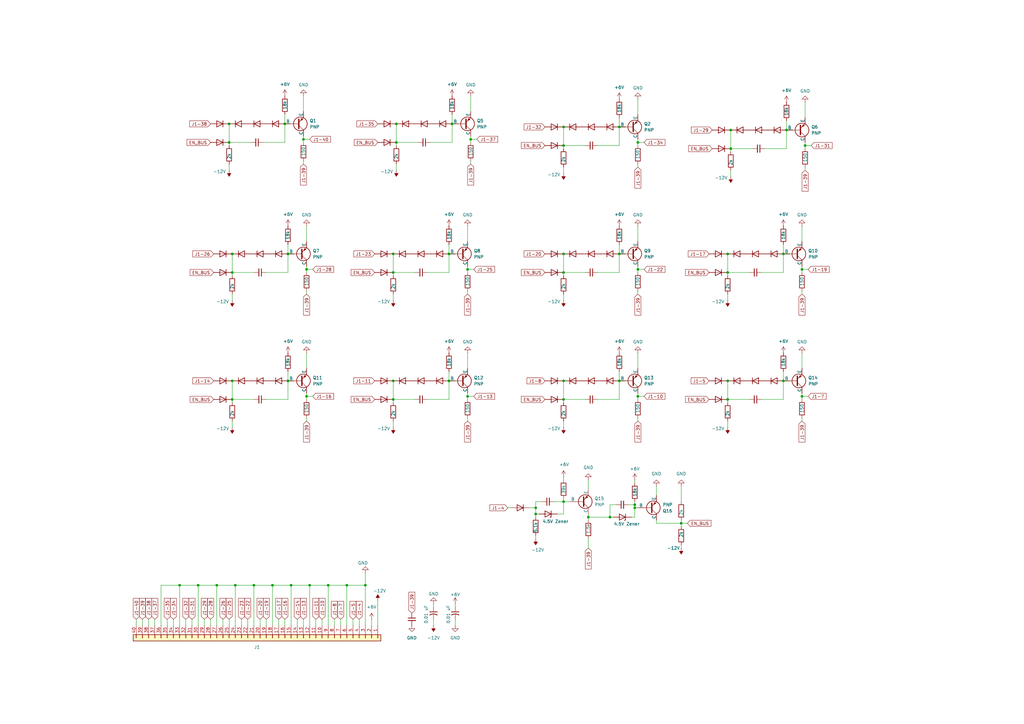
<source format=kicad_sch>
(kicad_sch (version 20250114) (generator "eeschema") (generator_version "9.0")
  (paper "A3")
  (title_block (title "LD312-1") (date "2025-08-01") (comment 9 "Hellorld!"))
  (junction (at 191.77 110.49))
  (junction (at 330.2 59.69))
  (junction (at 231.14 104.14))
  (junction (at 298.45 163.83))
  (junction (at 193.04 57.15))
  (junction (at 162.56 50.8))
  (junction (at 261.62 110.49))
  (junction (at 298.45 104.14))
  (junction (at 93.98 50.8))
  (junction (at 95.25 111.76))
  (junction (at 191.77 162.56))
  (junction (at 299.72 60.96))
  (junction (at 125.73 110.49))
  (junction (at 118.11 104.14))
  (junction (at 261.62 58.42))
  (junction (at 142.24 240.03))
  (junction (at 254 52.07))
  (junction (at 231.14 156.21))
  (junction (at 149.86 240.03))
  (junction (at 161.29 156.21))
  (junction (at 111.76 240.03))
  (junction (at 81.28 240.03))
  (junction (at 104.14 240.03))
  (junction (at 96.52 240.03))
  (junction (at 184.15 156.21))
  (junction (at 231.14 111.76))
  (junction (at 95.25 163.83))
  (junction (at 321.31 156.21))
  (junction (at 321.31 104.14))
  (junction (at 231.14 52.07))
  (junction (at 260.35 207.01))
  (junction (at 127 240.03))
  (junction (at 162.56 58.42))
  (junction (at 231.14 163.83))
  (junction (at 328.93 162.56))
  (junction (at 95.25 104.14))
  (junction (at 231.14 205.74))
  (junction (at 219.71 208.28))
  (junction (at 119.38 240.03))
  (junction (at 125.73 162.56))
  (junction (at 161.29 111.76))
  (junction (at 161.29 163.83))
  (junction (at 184.15 104.14))
  (junction (at 185.42 50.8))
  (junction (at 261.62 162.56))
  (junction (at 322.58 53.34))
  (junction (at 298.45 111.76))
  (junction (at 134.62 240.03))
  (junction (at 250.19 212.09))
  (junction (at 116.84 50.8))
  (junction (at 124.46 57.15))
  (junction (at 254 104.14))
  (junction (at 328.93 110.49))
  (junction (at 73.66 240.03))
  (junction (at 279.4 214.63))
  (junction (at 231.14 59.69))
  (junction (at 241.3 212.09))
  (junction (at 254 156.21))
  (junction (at 93.98 58.42))
  (junction (at 161.29 104.14))
  (junction (at 299.72 53.34))
  (junction (at 298.45 156.21))
  (junction (at 95.25 156.21))
  (junction (at 118.11 156.21))
  (junction (at 260.35 208.28))
  (junction (at 219.71 210.82))
  (junction (at 88.9 240.03))
  (wire (pts (xy 161.29 156.21) (xy 161.29 163.83)))
  (wire (pts (xy 241.3 196.85) (xy 241.3 200.66)))
  (wire (pts (xy 132.08 254) (xy 132.08 256.54)))
  (wire (pts (xy 118.11 156.21) (xy 118.11 163.83)))
  (wire (pts (xy 96.52 240.03) (xy 96.52 256.54)))
  (wire (pts (xy 312.42 163.83) (xy 321.31 163.83)))
  (wire (pts (xy 162.56 67.31) (xy 162.56 69.85)))
  (wire (pts (xy 176.53 58.42) (xy 185.42 58.42)))
  (wire (pts (xy 193.04 58.42) (xy 193.04 57.15)))
  (wire (pts (xy 161.29 104.14) (xy 161.29 111.76)))
  (wire (pts (xy 127 240.03) (xy 127 256.54)))
  (wire (pts (xy 325.12 53.34) (xy 322.58 53.34)))
  (wire (pts (xy 260.35 207.01) (xy 260.35 208.28)))
  (wire (pts (xy 124.46 66.04) (xy 124.46 67.31)))
  (wire (pts (xy 125.73 119.38) (xy 125.73 120.65)))
  (wire (pts (xy 63.5 254) (xy 63.5 256.54)))
  (wire (pts (xy 261.62 92.71) (xy 261.62 99.06)))
  (wire (pts (xy 254 52.07) (xy 254 59.69)))
  (wire (pts (xy 134.62 240.03) (xy 142.24 240.03)))
  (wire (pts (xy 193.04 39.37) (xy 193.04 45.72)))
  (wire (pts (xy 298.45 111.76) (xy 307.34 111.76)))
  (wire (pts (xy 187.96 50.8) (xy 185.42 50.8)))
  (wire (pts (xy 241.3 220.98) (xy 241.3 224.79)))
  (wire (pts (xy 260.35 205.74) (xy 260.35 207.01)))
  (wire (pts (xy 264.16 58.42) (xy 261.62 58.42)))
  (wire (pts (xy 332.74 59.69) (xy 330.2 59.69)))
  (wire (pts (xy 241.3 212.09) (xy 241.3 213.36)))
  (wire (pts (xy 194.31 162.56) (xy 191.77 162.56)))
  (wire (pts (xy 86.36 254) (xy 86.36 256.54)))
  (wire (pts (xy 231.14 52.07) (xy 231.14 59.69)))
  (wire (pts (xy 95.25 156.21) (xy 95.25 163.83)))
  (wire (pts (xy 330.2 58.42) (xy 330.2 59.69)))
  (wire (pts (xy 269.24 203.2) (xy 269.24 199.39)))
  (wire (pts (xy 298.45 163.83) (xy 298.45 165.1)))
  (wire (pts (xy 124.46 254) (xy 124.46 256.54)))
  (wire (pts (xy 149.86 234.95) (xy 149.86 240.03)))
  (wire (pts (xy 161.29 111.76) (xy 161.29 113.03)))
  (wire (pts (xy 261.62 40.64) (xy 261.62 46.99)))
  (wire (pts (xy 194.31 110.49) (xy 191.77 110.49)))
  (wire (pts (xy 231.14 68.58) (xy 231.14 71.12)))
  (wire (pts (xy 109.22 254) (xy 109.22 256.54)))
  (wire (pts (xy 328.93 92.71) (xy 328.93 99.06)))
  (wire (pts (xy 95.25 163.83) (xy 95.25 165.1)))
  (wire (pts (xy 129.54 254) (xy 129.54 256.54)))
  (wire (pts (xy 322.58 49.53) (xy 322.58 53.34)))
  (wire (pts (xy 191.77 92.71) (xy 191.77 99.06)))
  (wire (pts (xy 299.72 69.85) (xy 299.72 72.39)))
  (wire (pts (xy 231.14 172.72) (xy 231.14 175.26)))
  (wire (pts (xy 191.77 163.83) (xy 191.77 162.56)))
  (wire (pts (xy 177.8 254) (xy 177.8 256.54)))
  (wire (pts (xy 322.58 53.34) (xy 322.58 60.96)))
  (wire (pts (xy 134.62 240.03) (xy 134.62 256.54)))
  (wire (pts (xy 83.82 254) (xy 83.82 256.54)))
  (wire (pts (xy 71.12 254) (xy 71.12 256.54)))
  (wire (pts (xy 154.94 246.38) (xy 154.94 256.54)))
  (wire (pts (xy 58.42 254) (xy 58.42 256.54)))
  (wire (pts (xy 299.72 53.34) (xy 299.72 60.96)))
  (wire (pts (xy 313.69 60.96) (xy 322.58 60.96)))
  (wire (pts (xy 128.27 162.56) (xy 125.73 162.56)))
  (wire (pts (xy 88.9 240.03) (xy 96.52 240.03)))
  (wire (pts (xy 125.73 109.22) (xy 125.73 110.49)))
  (wire (pts (xy 125.73 92.71) (xy 125.73 99.06)))
  (wire (pts (xy 127 57.15) (xy 124.46 57.15)))
  (wire (pts (xy 55.88 254) (xy 55.88 256.54)))
  (wire (pts (xy 111.76 240.03) (xy 111.76 256.54)))
  (wire (pts (xy 261.62 161.29) (xy 261.62 162.56)))
  (wire (pts (xy 68.58 254) (xy 68.58 256.54)))
  (wire (pts (xy 120.65 156.21) (xy 118.11 156.21)))
  (wire (pts (xy 321.31 152.4) (xy 321.31 156.21)))
  (wire (pts (xy 219.71 205.74) (xy 222.25 205.74)))
  (wire (pts (xy 254 156.21) (xy 254 163.83)))
  (wire (pts (xy 260.35 208.28) (xy 260.35 212.09)))
  (wire (pts (xy 104.14 240.03) (xy 111.76 240.03)))
  (wire (pts (xy 328.93 144.78) (xy 328.93 151.13)))
  (wire (pts (xy 93.98 50.8) (xy 93.98 58.42)))
  (wire (pts (xy 184.15 104.14) (xy 184.15 111.76)))
  (wire (pts (xy 260.35 207.01) (xy 257.81 207.01)))
  (wire (pts (xy 231.14 210.82) (xy 231.14 205.74)))
  (wire (pts (xy 118.11 100.33) (xy 118.11 104.14)))
  (wire (pts (xy 298.45 120.65) (xy 298.45 123.19)))
  (wire (pts (xy 264.16 110.49) (xy 261.62 110.49)))
  (wire (pts (xy 330.2 41.91) (xy 330.2 48.26)))
  (wire (pts (xy 186.69 156.21) (xy 184.15 156.21)))
  (wire (pts (xy 299.72 60.96) (xy 308.61 60.96)))
  (wire (pts (xy 261.62 109.22) (xy 261.62 110.49)))
  (wire (pts (xy 185.42 50.8) (xy 185.42 58.42)))
  (wire (pts (xy 162.56 58.42) (xy 171.45 58.42)))
  (wire (pts (xy 107.95 58.42) (xy 116.84 58.42)))
  (wire (pts (xy 245.11 59.69) (xy 254 59.69)))
  (wire (pts (xy 93.98 58.42) (xy 102.87 58.42)))
  (wire (pts (xy 250.19 207.01) (xy 252.73 207.01)))
  (wire (pts (xy 161.29 163.83) (xy 170.18 163.83)))
  (wire (pts (xy 269.24 213.36) (xy 269.24 214.63)))
  (wire (pts (xy 161.29 172.72) (xy 161.29 175.26)))
  (wire (pts (xy 125.73 161.29) (xy 125.73 162.56)))
  (wire (pts (xy 231.14 204.47) (xy 231.14 205.74)))
  (wire (pts (xy 298.45 163.83) (xy 307.34 163.83)))
  (wire (pts (xy 261.62 111.76) (xy 261.62 110.49)))
  (wire (pts (xy 231.14 195.58) (xy 231.14 196.85)))
  (wire (pts (xy 73.66 240.03) (xy 73.66 256.54)))
  (wire (pts (xy 281.94 214.63) (xy 279.4 214.63)))
  (wire (pts (xy 81.28 240.03) (xy 81.28 256.54)))
  (wire (pts (xy 321.31 100.33) (xy 321.31 104.14)))
  (wire (pts (xy 219.71 210.82) (xy 219.71 208.28)))
  (wire (pts (xy 241.3 212.09) (xy 241.3 210.82)))
  (wire (pts (xy 191.77 144.78) (xy 191.77 151.13)))
  (wire (pts (xy 128.27 110.49) (xy 125.73 110.49)))
  (wire (pts (xy 191.77 111.76) (xy 191.77 110.49)))
  (wire (pts (xy 127 240.03) (xy 134.62 240.03)))
  (wire (pts (xy 261.62 171.45) (xy 261.62 172.72)))
  (wire (pts (xy 124.46 55.88) (xy 124.46 57.15)))
  (wire (pts (xy 260.35 196.85) (xy 260.35 198.12)))
  (wire (pts (xy 119.38 240.03) (xy 127 240.03)))
  (wire (pts (xy 231.14 205.74) (xy 233.68 205.74)))
  (wire (pts (xy 109.22 163.83) (xy 118.11 163.83)))
  (wire (pts (xy 241.3 212.09) (xy 250.19 212.09)))
  (wire (pts (xy 161.29 163.83) (xy 161.29 165.1)))
  (wire (pts (xy 95.25 104.14) (xy 95.25 111.76)))
  (wire (pts (xy 279.4 214.63) (xy 269.24 214.63)))
  (wire (pts (xy 161.29 111.76) (xy 170.18 111.76)))
  (wire (pts (xy 219.71 208.28) (xy 219.71 205.74)))
  (wire (pts (xy 264.16 162.56) (xy 261.62 162.56)))
  (wire (pts (xy 184.15 156.21) (xy 184.15 163.83)))
  (wire (pts (xy 88.9 240.03) (xy 88.9 256.54)))
  (wire (pts (xy 321.31 104.14) (xy 321.31 111.76)))
  (wire (pts (xy 124.46 39.37) (xy 124.46 45.72)))
  (wire (pts (xy 261.62 67.31) (xy 261.62 68.58)))
  (wire (pts (xy 186.69 254) (xy 186.69 256.54)))
  (wire (pts (xy 109.22 111.76) (xy 118.11 111.76)))
  (wire (pts (xy 191.77 161.29) (xy 191.77 162.56)))
  (wire (pts (xy 298.45 156.21) (xy 298.45 163.83)))
  (wire (pts (xy 279.4 213.36) (xy 279.4 214.63)))
  (wire (pts (xy 142.24 240.03) (xy 142.24 256.54)))
  (wire (pts (xy 95.25 111.76) (xy 95.25 113.03)))
  (wire (pts (xy 231.14 111.76) (xy 231.14 113.03)))
  (wire (pts (xy 116.84 254) (xy 116.84 256.54)))
  (wire (pts (xy 193.04 55.88) (xy 193.04 57.15)))
  (wire (pts (xy 259.08 212.09) (xy 260.35 212.09)))
  (wire (pts (xy 66.04 240.03) (xy 73.66 240.03)))
  (wire (pts (xy 231.14 163.83) (xy 240.03 163.83)))
  (wire (pts (xy 104.14 240.03) (xy 104.14 256.54)))
  (wire (pts (xy 256.54 104.14) (xy 254 104.14)))
  (wire (pts (xy 93.98 67.31) (xy 93.98 69.85)))
  (wire (pts (xy 73.66 240.03) (xy 81.28 240.03)))
  (wire (pts (xy 231.14 104.14) (xy 231.14 111.76)))
  (wire (pts (xy 260.35 208.28) (xy 261.62 208.28)))
  (wire (pts (xy 312.42 111.76) (xy 321.31 111.76)))
  (wire (pts (xy 139.7 254) (xy 139.7 256.54)))
  (wire (pts (xy 254 152.4) (xy 254 156.21)))
  (wire (pts (xy 330.2 60.96) (xy 330.2 59.69)))
  (wire (pts (xy 256.54 156.21) (xy 254 156.21)))
  (wire (pts (xy 93.98 58.42) (xy 93.98 59.69)))
  (wire (pts (xy 184.15 152.4) (xy 184.15 156.21)))
  (wire (pts (xy 66.04 240.03) (xy 66.04 256.54)))
  (wire (pts (xy 261.62 119.38) (xy 261.62 120.65)))
  (wire (pts (xy 328.93 119.38) (xy 328.93 120.65)))
  (wire (pts (xy 114.3 254) (xy 114.3 256.54)))
  (wire (pts (xy 125.73 111.76) (xy 125.73 110.49)))
  (wire (pts (xy 147.32 254) (xy 147.32 256.54)))
  (wire (pts (xy 95.25 163.83) (xy 104.14 163.83)))
  (wire (pts (xy 231.14 120.65) (xy 231.14 123.19)))
  (wire (pts (xy 95.25 111.76) (xy 104.14 111.76)))
  (wire (pts (xy 195.58 57.15) (xy 193.04 57.15)))
  (wire (pts (xy 119.38 50.8) (xy 116.84 50.8)))
  (wire (pts (xy 261.62 163.83) (xy 261.62 162.56)))
  (wire (pts (xy 250.19 207.01) (xy 250.19 212.09)))
  (wire (pts (xy 144.78 254) (xy 144.78 256.54)))
  (wire (pts (xy 328.93 163.83) (xy 328.93 162.56)))
  (wire (pts (xy 93.98 254) (xy 93.98 256.54)))
  (wire (pts (xy 184.15 100.33) (xy 184.15 104.14)))
  (wire (pts (xy 124.46 58.42) (xy 124.46 57.15)))
  (wire (pts (xy 328.93 111.76) (xy 328.93 110.49)))
  (wire (pts (xy 125.73 171.45) (xy 125.73 172.72)))
  (wire (pts (xy 261.62 144.78) (xy 261.62 151.13)))
  (wire (pts (xy 116.84 50.8) (xy 116.84 58.42)))
  (wire (pts (xy 60.96 254) (xy 60.96 256.54)))
  (wire (pts (xy 228.6 210.82) (xy 231.14 210.82)))
  (wire (pts (xy 177.8 248.92) (xy 177.8 247.65)))
  (wire (pts (xy 118.11 152.4) (xy 118.11 156.21)))
  (wire (pts (xy 298.45 111.76) (xy 298.45 113.03)))
  (wire (pts (xy 331.47 162.56) (xy 328.93 162.56)))
  (wire (pts (xy 162.56 58.42) (xy 162.56 59.69)))
  (wire (pts (xy 231.14 111.76) (xy 240.03 111.76)))
  (wire (pts (xy 111.76 240.03) (xy 119.38 240.03)))
  (wire (pts (xy 119.38 240.03) (xy 119.38 256.54)))
  (wire (pts (xy 256.54 52.07) (xy 254 52.07)))
  (wire (pts (xy 99.06 254) (xy 99.06 256.54)))
  (wire (pts (xy 118.11 104.14) (xy 118.11 111.76)))
  (wire (pts (xy 91.44 254) (xy 91.44 256.54)))
  (wire (pts (xy 328.93 161.29) (xy 328.93 162.56)))
  (wire (pts (xy 191.77 171.45) (xy 191.77 172.72)))
  (wire (pts (xy 254 104.14) (xy 254 111.76)))
  (wire (pts (xy 254 48.26) (xy 254 52.07)))
  (wire (pts (xy 175.26 111.76) (xy 184.15 111.76)))
  (wire (pts (xy 220.98 210.82) (xy 219.71 210.82)))
  (wire (pts (xy 76.2 254) (xy 76.2 256.54)))
  (wire (pts (xy 250.19 212.09) (xy 251.46 212.09)))
  (wire (pts (xy 106.68 254) (xy 106.68 256.54)))
  (wire (pts (xy 331.47 110.49) (xy 328.93 110.49)))
  (wire (pts (xy 125.73 163.83) (xy 125.73 162.56)))
  (wire (pts (xy 330.2 68.58) (xy 330.2 69.85)))
  (wire (pts (xy 323.85 156.21) (xy 321.31 156.21)))
  (wire (pts (xy 231.14 59.69) (xy 240.03 59.69)))
  (wire (pts (xy 186.69 247.65) (xy 186.69 248.92)))
  (wire (pts (xy 298.45 172.72) (xy 298.45 175.26)))
  (wire (pts (xy 96.52 240.03) (xy 104.14 240.03)))
  (wire (pts (xy 323.85 104.14) (xy 321.31 104.14)))
  (wire (pts (xy 279.4 214.63) (xy 279.4 215.9)))
  (wire (pts (xy 185.42 46.99) (xy 185.42 50.8)))
  (wire (pts (xy 299.72 60.96) (xy 299.72 62.23)))
  (wire (pts (xy 162.56 50.8) (xy 162.56 58.42)))
  (wire (pts (xy 193.04 66.04) (xy 193.04 67.31)))
  (wire (pts (xy 101.6 254) (xy 101.6 256.54)))
  (wire (pts (xy 120.65 104.14) (xy 118.11 104.14)))
  (wire (pts (xy 245.11 111.76) (xy 254 111.76)))
  (wire (pts (xy 261.62 59.69) (xy 261.62 58.42)))
  (wire (pts (xy 321.31 156.21) (xy 321.31 163.83)))
  (wire (pts (xy 227.33 205.74) (xy 231.14 205.74)))
  (wire (pts (xy 298.45 104.14) (xy 298.45 111.76)))
  (wire (pts (xy 161.29 120.65) (xy 161.29 123.19)))
  (wire (pts (xy 209.55 208.28) (xy 208.28 208.28)))
  (wire (pts (xy 279.4 199.39) (xy 279.4 205.74)))
  (wire (pts (xy 121.92 254) (xy 121.92 256.54)))
  (wire (pts (xy 137.16 254) (xy 137.16 256.54)))
  (wire (pts (xy 95.25 120.65) (xy 95.25 123.19)))
  (wire (pts (xy 219.71 220.98) (xy 219.71 219.71)))
  (wire (pts (xy 175.26 163.83) (xy 184.15 163.83)))
  (wire (pts (xy 116.84 46.99) (xy 116.84 50.8)))
  (wire (pts (xy 152.4 254) (xy 152.4 256.54)))
  (wire (pts (xy 279.4 224.79) (xy 279.4 223.52)))
  (wire (pts (xy 245.11 163.83) (xy 254 163.83)))
  (wire (pts (xy 125.73 144.78) (xy 125.73 151.13)))
  (wire (pts (xy 78.74 254) (xy 78.74 256.54)))
  (wire (pts (xy 261.62 57.15) (xy 261.62 58.42)))
  (wire (pts (xy 191.77 119.38) (xy 191.77 120.65)))
  (wire (pts (xy 95.25 172.72) (xy 95.25 175.26)))
  (wire (pts (xy 231.14 156.21) (xy 231.14 163.83)))
  (wire (pts (xy 219.71 210.82) (xy 219.71 212.09)))
  (wire (pts (xy 328.93 171.45) (xy 328.93 172.72)))
  (wire (pts (xy 149.86 240.03) (xy 149.86 256.54)))
  (wire (pts (xy 186.69 104.14) (xy 184.15 104.14)))
  (wire (pts (xy 217.17 208.28) (xy 219.71 208.28)))
  (wire (pts (xy 191.77 109.22) (xy 191.77 110.49)))
  (wire (pts (xy 81.28 240.03) (xy 88.9 240.03)))
  (wire (pts (xy 231.14 59.69) (xy 231.14 60.96)))
  (wire (pts (xy 254 100.33) (xy 254 104.14)))
  (wire (pts (xy 231.14 163.83) (xy 231.14 165.1)))
  (wire (pts (xy 142.24 240.03) (xy 149.86 240.03)))
  (wire (pts (xy 328.93 109.22) (xy 328.93 110.49)))
  (global_label "J1-35" (shape input) (at 154.94 50.8 180) (property "Intersheetrefs" "${INTERSHEET_REFS}" (effects (hide yes))))
  (global_label "EN_BUS" (shape input) (at 86.36 58.42 180) (property "Intersheetrefs" "${INTERSHEET_REFS}" (effects (hide yes))))
  (global_label "J1-25" (shape input) (at 194.31 110.49 0) (property "Intersheetrefs" "${INTERSHEET_REFS}" (effects (hide yes))))
  (global_label "J1-25" (shape input) (at 93.98 254 90) (property "Intersheetrefs" "${INTERSHEET_REFS}" (effects (hide yes))))
  (global_label "J1-39" (shape input) (at 261.62 68.58 270) (property "Intersheetrefs" "${INTERSHEET_REFS}" (effects (hide yes))))
  (global_label "J1-39" (shape input) (at 125.73 172.72 270) (property "Intersheetrefs" "${INTERSHEET_REFS}" (effects (hide yes))))
  (global_label "EN_BUS" (shape input) (at 223.52 59.69 180) (property "Intersheetrefs" "${INTERSHEET_REFS}" (effects (hide yes))))
  (global_label "J1-34" (shape input) (at 71.12 254 90) (property "Intersheetrefs" "${INTERSHEET_REFS}" (effects (hide yes))))
  (global_label "J1-5" (shape input) (at 144.78 254 90) (property "Intersheetrefs" "${INTERSHEET_REFS}" (effects (hide yes))))
  (global_label "J1-16" (shape input) (at 116.84 254 90) (property "Intersheetrefs" "${INTERSHEET_REFS}" (effects (hide yes))))
  (global_label "J1-10" (shape input) (at 132.08 254 90) (property "Intersheetrefs" "${INTERSHEET_REFS}" (effects (hide yes))))
  (global_label "EN_BUS" (shape input) (at 290.83 163.83 180) (property "Intersheetrefs" "${INTERSHEET_REFS}" (effects (hide yes))))
  (global_label "J1-39" (shape input) (at 261.62 172.72 270) (property "Intersheetrefs" "${INTERSHEET_REFS}" (effects (hide yes))))
  (global_label "J1-39" (shape input) (at 191.77 172.72 270) (property "Intersheetrefs" "${INTERSHEET_REFS}" (effects (hide yes))))
  (global_label "J1-19" (shape input) (at 331.47 110.49 0) (property "Intersheetrefs" "${INTERSHEET_REFS}" (effects (hide yes))))
  (global_label "J1-19" (shape input) (at 109.22 254 90) (property "Intersheetrefs" "${INTERSHEET_REFS}" (effects (hide yes))))
  (global_label "J1-37" (shape input) (at 195.58 57.15 0) (property "Intersheetrefs" "${INTERSHEET_REFS}" (effects (hide yes))))
  (global_label "J1-37" (shape input) (at 63.5 254 90) (property "Intersheetrefs" "${INTERSHEET_REFS}" (effects (hide yes))))
  (global_label "J1-39" (shape input) (at 193.04 67.31 270) (property "Intersheetrefs" "${INTERSHEET_REFS}" (effects (hide yes))))
  (global_label "J1-17" (shape input) (at 114.3 254 90) (property "Intersheetrefs" "${INTERSHEET_REFS}" (effects (hide yes))))
  (global_label "J1-11" (shape input) (at 153.67 156.21 180) (property "Intersheetrefs" "${INTERSHEET_REFS}" (effects (hide yes))))
  (global_label "J1-40" (shape input) (at 127 57.15 0) (property "Intersheetrefs" "${INTERSHEET_REFS}" (effects (hide yes))))
  (global_label "J1-39" (shape input) (at 191.77 120.65 270) (property "Intersheetrefs" "${INTERSHEET_REFS}" (effects (hide yes))))
  (global_label "J1-14" (shape input) (at 121.92 254 90) (property "Intersheetrefs" "${INTERSHEET_REFS}" (effects (hide yes))))
  (global_label "EN_BUS" (shape input) (at 223.52 163.83 180) (property "Intersheetrefs" "${INTERSHEET_REFS}" (effects (hide yes))))
  (global_label "J1-39" (shape input) (at 125.73 120.65 270) (property "Intersheetrefs" "${INTERSHEET_REFS}" (effects (hide yes))))
  (global_label "J1-38" (shape input) (at 86.36 50.8 180) (property "Intersheetrefs" "${INTERSHEET_REFS}" (effects (hide yes))))
  (global_label "J1-26" (shape input) (at 87.63 104.14 180) (property "Intersheetrefs" "${INTERSHEET_REFS}" (effects (hide yes))))
  (global_label "J1-20" (shape input) (at 106.68 254 90) (property "Intersheetrefs" "${INTERSHEET_REFS}" (effects (hide yes))))
  (global_label "J1-13" (shape input) (at 124.46 254 90) (property "Intersheetrefs" "${INTERSHEET_REFS}" (effects (hide yes))))
  (global_label "EN_BUS" (shape input) (at 154.94 58.42 180) (property "Intersheetrefs" "${INTERSHEET_REFS}" (effects (hide yes))))
  (global_label "EN_BUS" (shape input) (at 87.63 111.76 180) (property "Intersheetrefs" "${INTERSHEET_REFS}" (effects (hide yes))))
  (global_label "J1-32" (shape input) (at 223.52 52.07 180) (property "Intersheetrefs" "${INTERSHEET_REFS}" (effects (hide yes))))
  (global_label "J1-39" (shape input) (at 330.2 69.85 270) (property "Intersheetrefs" "${INTERSHEET_REFS}" (effects (hide yes))))
  (global_label "J1-16" (shape input) (at 128.27 162.56 0) (property "Intersheetrefs" "${INTERSHEET_REFS}" (effects (hide yes))))
  (global_label "J1-29" (shape input) (at 83.82 254 90) (property "Intersheetrefs" "${INTERSHEET_REFS}" (effects (hide yes))))
  (global_label "J1-32" (shape input) (at 76.2 254 90) (property "Intersheetrefs" "${INTERSHEET_REFS}" (effects (hide yes))))
  (global_label "J1-28" (shape input) (at 86.36 254 90) (property "Intersheetrefs" "${INTERSHEET_REFS}" (effects (hide yes))))
  (global_label "J1-29" (shape input) (at 292.1 53.34 180) (property "Intersheetrefs" "${INTERSHEET_REFS}" (effects (hide yes))))
  (global_label "EN_BUS" (shape input) (at 87.63 163.83 180) (property "Intersheetrefs" "${INTERSHEET_REFS}" (effects (hide yes))))
  (global_label "J1-10" (shape input) (at 264.16 162.56 0) (property "Intersheetrefs" "${INTERSHEET_REFS}" (effects (hide yes))))
  (global_label "J1-8" (shape input) (at 137.16 254 90) (property "Intersheetrefs" "${INTERSHEET_REFS}" (effects (hide yes))))
  (global_label "J1-39" (shape input) (at 328.93 120.65 270) (property "Intersheetrefs" "${INTERSHEET_REFS}" (effects (hide yes))))
  (global_label "J1-34" (shape input) (at 264.16 58.42 0) (property "Intersheetrefs" "${INTERSHEET_REFS}" (effects (hide yes))))
  (global_label "J1-39" (shape input) (at 58.42 254 90) (property "Intersheetrefs" "${INTERSHEET_REFS}" (effects (hide yes))))
  (global_label "J1-39" (shape input) (at 124.46 67.31 270) (property "Intersheetrefs" "${INTERSHEET_REFS}" (effects (hide yes))))
  (global_label "EN_BUS" (shape input) (at 290.83 111.76 180) (property "Intersheetrefs" "${INTERSHEET_REFS}" (effects (hide yes))))
  (global_label "J1-39" (shape input) (at 261.62 120.65 270) (property "Intersheetrefs" "${INTERSHEET_REFS}" (effects (hide yes))))
  (global_label "J1-23" (shape input) (at 99.06 254 90) (property "Intersheetrefs" "${INTERSHEET_REFS}" (effects (hide yes))))
  (global_label "J1-39" (shape input) (at 241.3 224.79 270) (property "Intersheetrefs" "${INTERSHEET_REFS}" (effects (hide yes))))
  (global_label "J1-23" (shape input) (at 153.67 104.14 180) (property "Intersheetrefs" "${INTERSHEET_REFS}" (effects (hide yes))))
  (global_label "J1-11" (shape input) (at 129.54 254 90) (property "Intersheetrefs" "${INTERSHEET_REFS}" (effects (hide yes))))
  (global_label "J1-40" (shape input) (at 55.88 254 90) (property "Intersheetrefs" "${INTERSHEET_REFS}" (effects (hide yes))))
  (global_label "J1-8" (shape input) (at 223.52 156.21 180) (property "Intersheetrefs" "${INTERSHEET_REFS}" (effects (hide yes))))
  (global_label "J1-14" (shape input) (at 87.63 156.21 180) (property "Intersheetrefs" "${INTERSHEET_REFS}" (effects (hide yes))))
  (global_label "J1-7" (shape input) (at 331.47 162.56 0) (property "Intersheetrefs" "${INTERSHEET_REFS}" (effects (hide yes))))
  (global_label "J1-13" (shape input) (at 194.31 162.56 0) (property "Intersheetrefs" "${INTERSHEET_REFS}" (effects (hide yes))))
  (global_label "J1-5" (shape input) (at 290.83 156.21 180) (property "Intersheetrefs" "${INTERSHEET_REFS}" (effects (hide yes))))
  (global_label "EN_BUS" (shape input) (at 223.52 111.76 180) (property "Intersheetrefs" "${INTERSHEET_REFS}" (effects (hide yes))))
  (global_label "J1-28" (shape input) (at 128.27 110.49 0) (property "Intersheetrefs" "${INTERSHEET_REFS}" (effects (hide yes))))
  (global_label "J1-7" (shape input) (at 139.7 254 90) (property "Intersheetrefs" "${INTERSHEET_REFS}" (effects (hide yes))))
  (global_label "J1-39" (shape input) (at 168.91 251.46 90) (property "Intersheetrefs" "${INTERSHEET_REFS}" (effects (hide yes))))
  (global_label "J1-22" (shape input) (at 101.6 254 90) (property "Intersheetrefs" "${INTERSHEET_REFS}" (effects (hide yes))))
  (global_label "J1-17" (shape input) (at 290.83 104.14 180) (property "Intersheetrefs" "${INTERSHEET_REFS}" (effects (hide yes))))
  (global_label "J1-4" (shape input) (at 147.32 254 90) (property "Intersheetrefs" "${INTERSHEET_REFS}" (effects (hide yes))))
  (global_label "EN_BUS" (shape input) (at 281.94 214.63 0) (property "Intersheetrefs" "${INTERSHEET_REFS}" (effects (hide yes))))
  (global_label "J1-26" (shape input) (at 91.44 254 90) (property "Intersheetrefs" "${INTERSHEET_REFS}" (effects (hide yes))))
  (global_label "J1-35" (shape input) (at 68.58 254 90) (property "Intersheetrefs" "${INTERSHEET_REFS}" (effects (hide yes))))
  (global_label "J1-4" (shape input) (at 208.28 208.28 180) (property "Intersheetrefs" "${INTERSHEET_REFS}" (effects (hide yes))))
  (global_label "J1-38" (shape input) (at 60.96 254 90) (property "Intersheetrefs" "${INTERSHEET_REFS}" (effects (hide yes))))
  (global_label "J1-22" (shape input) (at 264.16 110.49 0) (property "Intersheetrefs" "${INTERSHEET_REFS}" (effects (hide yes))))
  (global_label "J1-20" (shape input) (at 223.52 104.14 180) (property "Intersheetrefs" "${INTERSHEET_REFS}" (effects (hide yes))))
  (global_label "EN_BUS" (shape input) (at 153.67 163.83 180) (property "Intersheetrefs" "${INTERSHEET_REFS}" (effects (hide yes))))
  (global_label "J1-39" (shape input) (at 328.93 172.72 270) (property "Intersheetrefs" "${INTERSHEET_REFS}" (effects (hide yes))))
  (global_label "J1-31" (shape input) (at 78.74 254 90) (property "Intersheetrefs" "${INTERSHEET_REFS}" (effects (hide yes))))
  (global_label "EN_BUS" (shape input) (at 292.1 60.96 180) (property "Intersheetrefs" "${INTERSHEET_REFS}" (effects (hide yes))))
  (global_label "EN_BUS" (shape input) (at 153.67 111.76 180) (property "Intersheetrefs" "${INTERSHEET_REFS}" (effects (hide yes))))
  (global_label "J1-31" (shape input) (at 332.74 59.69 0) (property "Intersheetrefs" "${INTERSHEET_REFS}" (effects (hide yes))))
  (symbol (lib_id "power:+6V") (at 321.31 92.71 0) (unit 1)
    (property "Reference" "#PWR036" (effects (hide yes)))
    (property "Value" "+6V" (at 321.31 87.884 0))
    (property "Description" "Power symbol creates a global label with name \"+6V\"" (effects (hide yes)))
  )
  (symbol (lib_id "power:-12V") (at 95.25 123.19 180) (unit 1)
    (property "Reference" "#PWR026" (effects (hide yes)))
    (property "Value" "-12V" (at 88.646 123.698 0) (effects (justify right)))
    (property "Description" "Power symbol creates a global label with name \"-12V\"" (effects (hide yes)))
  )
  (symbol (lib_id "Device:C_Small") (at 224.79 205.74 90) (unit 1)
    (property "Reference" "C18" (effects (hide yes)))
    (property "Value" "C_Small" (effects (hide yes)))
    (property "Description" "Unpolarized capacitor, small symbol" (effects (hide yes)))
  )
  (symbol (lib_id "power:-12V") (at 231.14 71.12 180) (unit 1)
    (property "Reference" "#PWR011" (effects (hide yes)))
    (property "Value" "-12V" (at 224.536 71.628 0) (effects (justify right)))
    (property "Description" "Power symbol creates a global label with name \"-12V\"" (effects (hide yes)))
  )
  (symbol (lib_id "Device:R") (at 254 96.52 0) (unit 1)
    (property "Reference" "R26" (effects (hide yes)))
    (property "Value" "18k" (at 254 98.298 90) (effects (justify left)))
    (property "Description" "Resistor" (effects (hide yes)))
  )
  (symbol (lib_id "Device:C_Small") (at 172.72 111.76 270) (unit 1)
    (property "Reference" "C11" (effects (hide yes)))
    (property "Value" "C_Small" (effects (hide yes)))
    (property "Description" "Unpolarized capacitor, small symbol" (effects (hide yes)))
  )
  (symbol (lib_id "Device:R") (at 125.73 167.64 0) (unit 1)
    (property "Reference" "R33" (effects (hide yes)))
    (property "Value" "150" (at 125.73 169.418 90) (effects (justify left)))
    (property "Description" "Resistor" (effects (hide yes)))
  )
  (symbol (lib_id "Device:C_Small") (at 106.68 163.83 270) (unit 1)
    (property "Reference" "C14" (effects (hide yes)))
    (property "Value" "C_Small" (effects (hide yes)))
    (property "Description" "Unpolarized capacitor, small symbol" (effects (hide yes)))
  )
  (symbol (lib_id "Diode:1N4148WT") (at 294.64 163.83 180) (unit 1)
    (property "Reference" "D67" (effects (hide yes)))
    (property "Value" "1N4148WT" (effects (hide yes)))
    (property "Footprint" "Diode_SMD:D_SOD-523" (effects (hide yes)))
    (property "Datasheet" "https://www.diodes.com/assets/Datasheets/ds30396.pdf" (effects (hide yes)))
    (property "Description" "75V 0.15A Fast switching Diode, SOD-523" (effects (hide yes)))
    (property "Sim.Device" "D" (effects (hide yes)))
    (property "Sim.Pins" "1=K 2=A" (effects (hide yes)))
  )
  (symbol (lib_id "power:+6V") (at 321.31 144.78 0) (unit 1)
    (property "Reference" "#PWR048" (effects (hide yes)))
    (property "Value" "+6V" (at 321.31 139.954 0))
    (property "Description" "Power symbol creates a global label with name \"+6V\"" (effects (hide yes)))
  )
  (symbol (lib_id "Diode:1N4148WT") (at 105.41 50.8 0) (unit 1)
    (property "Reference" "D2" (effects (hide yes)))
    (property "Value" "1N4148WT" (effects (hide yes)))
    (property "Footprint" "Diode_SMD:D_SOD-523" (effects (hide yes)))
    (property "Datasheet" "https://www.diodes.com/assets/Datasheets/ds30396.pdf" (effects (hide yes)))
    (property "Description" "75V 0.15A Fast switching Diode, SOD-523" (effects (hide yes)))
    (property "Sim.Device" "D" (effects (hide yes)))
    (property "Sim.Pins" "1=K 2=A" (effects (hide yes)))
  )
  (symbol (lib_id "power:-12V") (at 95.25 175.26 180) (unit 1)
    (property "Reference" "#PWR038" (effects (hide yes)))
    (property "Value" "-12V" (at 88.646 175.768 0) (effects (justify right)))
    (property "Description" "Power symbol creates a global label with name \"-12V\"" (effects (hide yes)))
  )
  (symbol (lib_id "Diode:1N4148WT") (at 173.99 50.8 0) (unit 1)
    (property "Reference" "D24" (effects (hide yes)))
    (property "Value" "1N4148WT" (effects (hide yes)))
    (property "Footprint" "Diode_SMD:D_SOD-523" (effects (hide yes)))
    (property "Datasheet" "https://www.diodes.com/assets/Datasheets/ds30396.pdf" (effects (hide yes)))
    (property "Description" "75V 0.15A Fast switching Diode, SOD-523" (effects (hide yes)))
    (property "Sim.Device" "D" (effects (hide yes)))
    (property "Sim.Pins" "1=K 2=A" (effects (hide yes)))
  )
  (symbol (lib_id "Diode:1N4148WT") (at 180.34 104.14 0) (unit 1)
    (property "Reference" "D40" (effects (hide yes)))
    (property "Value" "1N4148WT" (effects (hide yes)))
    (property "Footprint" "Diode_SMD:D_SOD-523" (effects (hide yes)))
    (property "Datasheet" "https://www.diodes.com/assets/Datasheets/ds30396.pdf" (effects (hide yes)))
    (property "Description" "75V 0.15A Fast switching Diode, SOD-523" (effects (hide yes)))
    (property "Sim.Device" "D" (effects (hide yes)))
    (property "Sim.Pins" "1=K 2=A" (effects (hide yes)))
  )
  (symbol (lib_id "Device:R") (at 328.93 115.57 0) (unit 1)
    (property "Reference" "R30" (effects (hide yes)))
    (property "Value" "150" (at 328.93 117.348 90) (effects (justify left)))
    (property "Description" "Resistor" (effects (hide yes)))
  )
  (symbol (lib_id "Device:C_Small") (at 173.99 58.42 270) (unit 1)
    (property "Reference" "C8" (effects (hide yes)))
    (property "Value" "C_Small" (effects (hide yes)))
    (property "Description" "Unpolarized capacitor, small symbol" (effects (hide yes)))
  )
  (symbol (lib_id "Diode:1N4148WT") (at 157.48 163.83 180) (unit 1)
    (property "Reference" "D57" (effects (hide yes)))
    (property "Value" "1N4148WT" (effects (hide yes)))
    (property "Footprint" "Diode_SMD:D_SOD-523" (effects (hide yes)))
    (property "Datasheet" "https://www.diodes.com/assets/Datasheets/ds30396.pdf" (effects (hide yes)))
    (property "Description" "75V 0.15A Fast switching Diode, SOD-523" (effects (hide yes)))
    (property "Sim.Device" "D" (effects (hide yes)))
    (property "Sim.Pins" "1=K 2=A" (effects (hide yes)))
  )
  (symbol (lib_id "Device:C_Small") (at 242.57 59.69 270) (unit 1)
    (property "Reference" "C3" (effects (hide yes)))
    (property "Value" "C_Small" (effects (hide yes)))
    (property "Description" "Unpolarized capacitor, small symbol" (effects (hide yes)))
  )
  (symbol (lib_id "power:+6V") (at 185.42 39.37 0) (unit 1)
    (property "Reference" "#PWR021" (effects (hide yes)))
    (property "Value" "+6V" (at 185.42 34.544 0))
    (property "Description" "Power symbol creates a global label with name \"+6V\"" (effects (hide yes)))
  )
  (symbol (lib_id "Diode:1N4148WT") (at 99.06 104.14 0) (unit 1)
    (property "Reference" "D33" (effects (hide yes)))
    (property "Value" "1N4148WT" (effects (hide yes)))
    (property "Footprint" "Diode_SMD:D_SOD-523" (effects (hide yes)))
    (property "Datasheet" "https://www.diodes.com/assets/Datasheets/ds30396.pdf" (effects (hide yes)))
    (property "Description" "75V 0.15A Fast switching Diode, SOD-523" (effects (hide yes)))
    (property "Sim.Device" "D" (effects (hide yes)))
    (property "Sim.Pins" "1=K 2=A" (effects (hide yes)))
  )
  (symbol (lib_id "power:+6V") (at 186.69 247.65 0) (unit 1)
    (property "Reference" "#PWR05" (effects (hide yes)))
    (property "Value" "+6V" (at 184.658 243.84 0) (effects (justify left)))
    (property "Description" "Power symbol creates a global label with name \"+6V\"" (effects (hide yes)))
  )
  (symbol (lib_id "power:+6V") (at 254 92.71 0) (unit 1)
    (property "Reference" "#PWR033" (effects (hide yes)))
    (property "Value" "+6V" (at 254 87.884 0))
    (property "Description" "Power symbol creates a global label with name \"+6V\"" (effects (hide yes)))
  )
  (symbol (lib_id "Device:R") (at 298.45 116.84 0) (unit 1)
    (property "Reference" "R28" (effects (hide yes)))
    (property "Value" "2k" (at 298.45 118.618 90) (effects (justify left)))
    (property "Description" "Resistor" (effects (hide yes)))
  )
  (symbol (lib_id "power:GND") (at 125.73 92.71 180) (unit 1)
    (property "Reference" "#PWR028" (effects (hide yes)))
    (property "Value" "GND" (at 123.698 88.138 0) (effects (justify right)))
    (property "Description" "Power symbol creates a global label with name \"GND\" , ground" (effects (hide yes)))
  )
  (symbol (lib_id "power:-12V") (at 298.45 175.26 180) (unit 1)
    (property "Reference" "#PWR047" (effects (hide yes)))
    (property "Value" "-12V" (at 291.846 175.768 0) (effects (justify right)))
    (property "Description" "Power symbol creates a global label with name \"-12V\"" (effects (hide yes)))
  )
  (symbol (lib_id "Device:R") (at 184.15 96.52 0) (unit 1)
    (property "Reference" "R23" (effects (hide yes)))
    (property "Value" "18k" (at 184.15 98.298 90) (effects (justify left)))
    (property "Description" "Resistor" (effects (hide yes)))
  )
  (symbol (lib_id "Device:R") (at 279.4 209.55 0) (unit 1)
    (property "Reference" "R50" (effects (hide yes)))
    (property "Value" "2k" (at 279.4 211.328 90) (effects (justify left)))
    (property "Description" "Resistor" (effects (hide yes)))
  )
  (symbol (lib_id "Device:R") (at 185.42 43.18 0) (unit 1)
    (property "Reference" "R14" (effects (hide yes)))
    (property "Value" "18k" (at 185.42 44.958 90) (effects (justify left)))
    (property "Description" "Resistor" (effects (hide yes)))
  )
  (symbol (lib_id "Device:R") (at 161.29 168.91 0) (unit 1)
    (property "Reference" "R34" (effects (hide yes)))
    (property "Value" "2k" (at 161.29 170.688 90) (effects (justify left)))
    (property "Description" "Resistor" (effects (hide yes)))
  )
  (symbol (lib_id "Device:D_Zener") (at 224.79 210.82 180) (unit 1)
    (property "Reference" "D13" (effects (hide yes)))
    (property "Value" "4.5V Zener" (at 227.838 213.868 0))
    (property "Description" "Zener diode" (effects (hide yes)))
  )
  (symbol (lib_id "power:GND") (at 149.86 234.95 180) (unit 1)
    (property "Reference" "#PWR01" (effects (hide yes)))
    (property "Value" "GND" (at 148.844 230.886 0))
    (property "Description" "Power symbol creates a global label with name \"GND\" , ground" (effects (hide yes)))
  )
  (symbol (lib_id "Device:R") (at 330.2 64.77 0) (unit 1)
    (property "Reference" "R18" (effects (hide yes)))
    (property "Value" "150" (at 330.2 66.548 90) (effects (justify left)))
    (property "Description" "Resistor" (effects (hide yes)))
  )
  (symbol (lib_id "power:+6V") (at 152.4 254 0) (unit 1)
    (property "Reference" "#PWR02" (effects (hide yes)))
    (property "Value" "+6V" (at 152.4 248.92 0))
    (property "Description" "Power symbol creates a global label with name \"+6V\"" (effects (hide yes)))
  )
  (symbol (lib_id "Device:R") (at 219.71 215.9 180) (unit 1)
    (property "Reference" "R44" (effects (hide yes)))
    (property "Value" "5.1k" (at 219.71 214.122 90) (effects (justify left)))
    (property "Description" "Resistor" (effects (hide yes)))
  )
  (symbol (lib_id "Diode:1N4148WT") (at 114.3 104.14 0) (unit 1)
    (property "Reference" "D35" (effects (hide yes)))
    (property "Value" "1N4148WT" (effects (hide yes)))
    (property "Footprint" "Diode_SMD:D_SOD-523" (effects (hide yes)))
    (property "Datasheet" "https://www.diodes.com/assets/Datasheets/ds30396.pdf" (effects (hide yes)))
    (property "Description" "75V 0.15A Fast switching Diode, SOD-523" (effects (hide yes)))
    (property "Sim.Device" "D" (effects (hide yes)))
    (property "Sim.Pins" "1=K 2=A" (effects (hide yes)))
  )
  (symbol (lib_id "Device:R") (at 116.84 43.18 0) (unit 1)
    (property "Reference" "R2" (effects (hide yes)))
    (property "Value" "18k" (at 116.84 44.958 90) (effects (justify left)))
    (property "Description" "Resistor" (effects (hide yes)))
  )
  (symbol (lib_id "Device:R") (at 118.11 96.52 0) (unit 1)
    (property "Reference" "R20" (effects (hide yes)))
    (property "Value" "18k" (at 118.11 98.298 90) (effects (justify left)))
    (property "Description" "Resistor" (effects (hide yes)))
  )
  (symbol (lib_id "Diode:1N4148WT") (at 302.26 156.21 0) (unit 1)
    (property "Reference" "D68" (effects (hide yes)))
    (property "Value" "1N4148WT" (effects (hide yes)))
    (property "Footprint" "Diode_SMD:D_SOD-523" (effects (hide yes)))
    (property "Datasheet" "https://www.diodes.com/assets/Datasheets/ds30396.pdf" (effects (hide yes)))
    (property "Description" "75V 0.15A Fast switching Diode, SOD-523" (effects (hide yes)))
    (property "Sim.Device" "D" (effects (hide yes)))
    (property "Sim.Pins" "1=K 2=A" (effects (hide yes)))
  )
  (symbol (lib_id "Device:C_Small") (at 309.88 111.76 270) (unit 1)
    (property "Reference" "C13" (effects (hide yes)))
    (property "Value" "C_Small" (effects (hide yes)))
    (property "Description" "Unpolarized capacitor, small symbol" (effects (hide yes)))
  )
  (symbol (lib_id "Diode:1N4148WT") (at 295.91 60.96 180) (unit 1)
    (property "Reference" "D27" (effects (hide yes)))
    (property "Value" "1N4148WT" (effects (hide yes)))
    (property "Footprint" "Diode_SMD:D_SOD-523" (effects (hide yes)))
    (property "Datasheet" "https://www.diodes.com/assets/Datasheets/ds30396.pdf" (effects (hide yes)))
    (property "Description" "75V 0.15A Fast switching Diode, SOD-523" (effects (hide yes)))
    (property "Sim.Device" "D" (effects (hide yes)))
    (property "Sim.Pins" "1=K 2=A" (effects (hide yes)))
  )
  (symbol (lib_id "power:+6V") (at 184.15 144.78 0) (unit 1)
    (property "Reference" "#PWR042" (effects (hide yes)))
    (property "Value" "+6V" (at 184.15 139.954 0))
    (property "Description" "Power symbol creates a global label with name \"+6V\"" (effects (hide yes)))
  )
  (symbol (lib_id "Diode:1N4148WT") (at 227.33 59.69 180) (unit 1)
    (property "Reference" "D7" (effects (hide yes)))
    (property "Value" "1N4148WT" (effects (hide yes)))
    (property "Footprint" "Diode_SMD:D_SOD-523" (effects (hide yes)))
    (property "Datasheet" "https://www.diodes.com/assets/Datasheets/ds30396.pdf" (effects (hide yes)))
    (property "Description" "75V 0.15A Fast switching Diode, SOD-523" (effects (hide yes)))
    (property "Sim.Device" "D" (effects (hide yes)))
    (property "Sim.Pins" "1=K 2=A" (effects (hide yes)))
  )
  (symbol (lib_id "power:+6V") (at 260.35 196.85 0) (unit 1)
    (property "Reference" "#PWR054" (effects (hide yes)))
    (property "Value" "+6V" (at 260.35 192.278 0))
    (property "Description" "Power symbol creates a global label with name \"+6V\"" (effects (hide yes)))
  )
  (symbol (lib_id "Diode:1N4148WT") (at 227.33 156.21 180) (unit 1)
    (property "Reference" "D61" (effects (hide yes)))
    (property "Value" "1N4148WT" (effects (hide yes)))
    (property "Footprint" "Diode_SMD:D_SOD-523" (effects (hide yes)))
    (property "Datasheet" "https://www.diodes.com/assets/Datasheets/ds30396.pdf" (effects (hide yes)))
    (property "Description" "75V 0.15A Fast switching Diode, SOD-523" (effects (hide yes)))
    (property "Sim.Device" "D" (effects (hide yes)))
    (property "Sim.Pins" "1=K 2=A" (effects (hide yes)))
  )
  (symbol (lib_id "Diode:1N4148WT") (at 91.44 104.14 180) (unit 1)
    (property "Reference" "D31" (effects (hide yes)))
    (property "Value" "1N4148WT" (effects (hide yes)))
    (property "Footprint" "Diode_SMD:D_SOD-523" (effects (hide yes)))
    (property "Datasheet" "https://www.diodes.com/assets/Datasheets/ds30396.pdf" (effects (hide yes)))
    (property "Description" "75V 0.15A Fast switching Diode, SOD-523" (effects (hide yes)))
    (property "Sim.Device" "D" (effects (hide yes)))
    (property "Sim.Pins" "1=K 2=A" (effects (hide yes)))
  )
  (symbol (lib_id "Device:R") (at 279.4 219.71 180) (unit 1)
    (property "Reference" "R49" (effects (hide yes)))
    (property "Value" "2k" (at 279.4 217.932 90) (effects (justify left)))
    (property "Description" "Resistor" (effects (hide yes)))
  )
  (symbol (lib_id "Diode:1N4148WT") (at 227.33 52.07 180) (unit 1)
    (property "Reference" "D6" (effects (hide yes)))
    (property "Value" "1N4148WT" (effects (hide yes)))
    (property "Footprint" "Diode_SMD:D_SOD-523" (effects (hide yes)))
    (property "Datasheet" "https://www.diodes.com/assets/Datasheets/ds30396.pdf" (effects (hide yes)))
    (property "Description" "75V 0.15A Fast switching Diode, SOD-523" (effects (hide yes)))
    (property "Sim.Device" "D" (effects (hide yes)))
    (property "Sim.Pins" "1=K 2=A" (effects (hide yes)))
  )
  (symbol (lib_id "Simulation_SPICE:PNP") (at 190.5 50.8 0) (mirror x) (unit 1)
    (property "Reference" "Q5" (at 195.58 49.5299 0) (effects (justify left)))
    (property "Value" "PNP" (at 195.58 52.0699 0) (effects (justify left)))
    (property "Datasheet" "https://ngspice.sourceforge.io/docs/ngspice-html-manual/manual.xhtml#cha_BJTs" (effects (hide yes)))
    (property "Description" "Bipolar transistor symbol for simulation only, substrate tied to the emitter" (effects (hide yes)))
    (property "Sim.Device" "PNP" (effects (hide yes)))
    (property "Sim.Type" "GUMMELPOON" (effects (hide yes)))
    (property "Sim.Pins" "1=C 2=B 3=E" (effects (hide yes)))
  )
  (symbol (lib_id "Diode:1N4148WT") (at 318.77 53.34 0) (unit 1)
    (property "Reference" "D30" (effects (hide yes)))
    (property "Value" "1N4148WT" (effects (hide yes)))
    (property "Footprint" "Diode_SMD:D_SOD-523" (effects (hide yes)))
    (property "Datasheet" "https://www.diodes.com/assets/Datasheets/ds30396.pdf" (effects (hide yes)))
    (property "Description" "75V 0.15A Fast switching Diode, SOD-523" (effects (hide yes)))
    (property "Sim.Device" "D" (effects (hide yes)))
    (property "Sim.Pins" "1=K 2=A" (effects (hide yes)))
  )
  (symbol (lib_id "Device:R") (at 191.77 115.57 0) (unit 1)
    (property "Reference" "R24" (effects (hide yes)))
    (property "Value" "150" (at 191.77 117.348 90) (effects (justify left)))
    (property "Description" "Resistor" (effects (hide yes)))
  )
  (symbol (lib_id "Diode:1N4148WT") (at 165.1 104.14 0) (unit 1)
    (property "Reference" "D38" (effects (hide yes)))
    (property "Value" "1N4148WT" (effects (hide yes)))
    (property "Footprint" "Diode_SMD:D_SOD-523" (effects (hide yes)))
    (property "Datasheet" "https://www.diodes.com/assets/Datasheets/ds30396.pdf" (effects (hide yes)))
    (property "Description" "75V 0.15A Fast switching Diode, SOD-523" (effects (hide yes)))
    (property "Sim.Device" "D" (effects (hide yes)))
    (property "Sim.Pins" "1=K 2=A" (effects (hide yes)))
  )
  (symbol (lib_id "Diode:1N4148WT") (at 317.5 104.14 0) (unit 1)
    (property "Reference" "D50" (effects (hide yes)))
    (property "Value" "1N4148WT" (effects (hide yes)))
    (property "Footprint" "Diode_SMD:D_SOD-523" (effects (hide yes)))
    (property "Datasheet" "https://www.diodes.com/assets/Datasheets/ds30396.pdf" (effects (hide yes)))
    (property "Description" "75V 0.15A Fast switching Diode, SOD-523" (effects (hide yes)))
    (property "Sim.Device" "D" (effects (hide yes)))
    (property "Sim.Pins" "1=K 2=A" (effects (hide yes)))
  )
  (symbol (lib_id "Device:R") (at 125.73 115.57 0) (unit 1)
    (property "Reference" "R21" (effects (hide yes)))
    (property "Value" "150" (at 125.73 117.348 90) (effects (justify left)))
    (property "Description" "Resistor" (effects (hide yes)))
  )
  (symbol (lib_id "Device:R") (at 261.62 63.5 0) (unit 1)
    (property "Reference" "R6" (effects (hide yes)))
    (property "Value" "150" (at 261.62 65.278 90) (effects (justify left)))
    (property "Description" "Resistor" (effects (hide yes)))
  )
  (symbol (lib_id "Device:R") (at 124.46 62.23 0) (unit 1)
    (property "Reference" "R1" (effects (hide yes)))
    (property "Value" "150" (at 124.46 64.008 90) (effects (justify left)))
    (property "Description" "Resistor" (effects (hide yes)))
  )
  (symbol (lib_id "Device:R") (at 261.62 167.64 0) (unit 1)
    (property "Reference" "R39" (effects (hide yes)))
    (property "Value" "150" (at 261.62 169.418 90) (effects (justify left)))
    (property "Description" "Resistor" (effects (hide yes)))
  )
  (symbol (lib_id "power:GND") (at 168.91 256.54 0) (unit 1)
    (property "Reference" "#PWR08" (effects (hide yes)))
    (property "Value" "GND" (at 168.91 261.62 0))
    (property "Description" "Power symbol creates a global label with name \"GND\" , ground" (effects (hide yes)))
  )
  (symbol (lib_id "power:+6V") (at 116.84 39.37 0) (unit 1)
    (property "Reference" "#PWR09" (effects (hide yes)))
    (property "Value" "+6V" (at 116.84 34.544 0))
    (property "Description" "Power symbol creates a global label with name \"+6V\"" (effects (hide yes)))
  )
  (symbol (lib_id "power:-12V") (at 279.4 224.79 180) (unit 1)
    (property "Reference" "#PWR056" (effects (hide yes)))
    (property "Value" "-12V" (at 273.558 224.79 0) (effects (justify right)))
    (property "Description" "Power symbol creates a global label with name \"-12V\"" (effects (hide yes)))
  )
  (symbol (lib_id "Device:C_Small") (at 172.72 163.83 270) (unit 1)
    (property "Reference" "C15" (effects (hide yes)))
    (property "Value" "C_Small" (effects (hide yes)))
    (property "Description" "Unpolarized capacitor, small symbol" (effects (hide yes)))
  )
  (symbol (lib_id "Diode:1N4148WT") (at 97.79 50.8 0) (unit 1)
    (property "Reference" "D3" (effects (hide yes)))
    (property "Value" "1N4148WT" (effects (hide yes)))
    (property "Footprint" "Diode_SMD:D_SOD-523" (effects (hide yes)))
    (property "Datasheet" "https://www.diodes.com/assets/Datasheets/ds30396.pdf" (effects (hide yes)))
    (property "Description" "75V 0.15A Fast switching Diode, SOD-523" (effects (hide yes)))
    (property "Sim.Device" "D" (effects (hide yes)))
    (property "Sim.Pins" "1=K 2=A" (effects (hide yes)))
  )
  (symbol (lib_id "Diode:1N4148WT") (at 242.57 52.07 0) (unit 1)
    (property "Reference" "D9" (effects (hide yes)))
    (property "Value" "1N4148WT" (effects (hide yes)))
    (property "Footprint" "Diode_SMD:D_SOD-523" (effects (hide yes)))
    (property "Datasheet" "https://www.diodes.com/assets/Datasheets/ds30396.pdf" (effects (hide yes)))
    (property "Description" "75V 0.15A Fast switching Diode, SOD-523" (effects (hide yes)))
    (property "Sim.Device" "D" (effects (hide yes)))
    (property "Sim.Pins" "1=K 2=A" (effects (hide yes)))
  )
  (symbol (lib_id "Simulation_SPICE:PNP") (at 259.08 104.14 0) (mirror x) (unit 1)
    (property "Reference" "Q9" (at 264.16 102.8699 0) (effects (justify left)))
    (property "Value" "PNP" (at 264.16 105.4099 0) (effects (justify left)))
    (property "Datasheet" "https://ngspice.sourceforge.io/docs/ngspice-html-manual/manual.xhtml#cha_BJTs" (effects (hide yes)))
    (property "Description" "Bipolar transistor symbol for simulation only, substrate tied to the emitter" (effects (hide yes)))
    (property "Sim.Device" "PNP" (effects (hide yes)))
    (property "Sim.Type" "GUMMELPOON" (effects (hide yes)))
    (property "Sim.Pins" "1=C 2=B 3=E" (effects (hide yes)))
  )
  (symbol (lib_id "Device:C_Small") (at 242.57 111.76 270) (unit 1)
    (property "Reference" "C12" (effects (hide yes)))
    (property "Value" "C_Small" (effects (hide yes)))
    (property "Description" "Unpolarized capacitor, small symbol" (effects (hide yes)))
  )
  (symbol (lib_id "power:+6V") (at 118.11 92.71 0) (unit 1)
    (property "Reference" "#PWR027" (effects (hide yes)))
    (property "Value" "+6V" (at 118.11 87.884 0))
    (property "Description" "Power symbol creates a global label with name \"+6V\"" (effects (hide yes)))
  )
  (symbol (lib_id "Diode:1N4148WT") (at 114.3 156.21 0) (unit 1)
    (property "Reference" "D55" (effects (hide yes)))
    (property "Value" "1N4148WT" (effects (hide yes)))
    (property "Footprint" "Diode_SMD:D_SOD-523" (effects (hide yes)))
    (property "Datasheet" "https://www.diodes.com/assets/Datasheets/ds30396.pdf" (effects (hide yes)))
    (property "Description" "75V 0.15A Fast switching Diode, SOD-523" (effects (hide yes)))
    (property "Sim.Device" "D" (effects (hide yes)))
    (property "Sim.Pins" "1=K 2=A" (effects (hide yes)))
  )
  (symbol (lib_id "Device:R") (at 321.31 148.59 0) (unit 1)
    (property "Reference" "R41" (effects (hide yes)))
    (property "Value" "18k" (at 321.31 150.368 90) (effects (justify left)))
    (property "Description" "Resistor" (effects (hide yes)))
  )
  (symbol (lib_id "power:+6V") (at 184.15 92.71 0) (unit 1)
    (property "Reference" "#PWR030" (effects (hide yes)))
    (property "Value" "+6V" (at 184.15 87.884 0))
    (property "Description" "Power symbol creates a global label with name \"+6V\"" (effects (hide yes)))
  )
  (symbol (lib_id "power:GND") (at 328.93 92.71 180) (unit 1)
    (property "Reference" "#PWR037" (effects (hide yes)))
    (property "Value" "GND" (at 326.898 88.138 0) (effects (justify right)))
    (property "Description" "Power symbol creates a global label with name \"GND\" , ground" (effects (hide yes)))
  )
  (symbol (lib_id "Device:R") (at 231.14 200.66 180) (unit 1)
    (property "Reference" "R45" (effects (hide yes)))
    (property "Value" "39k" (at 231.14 198.882 90) (effects (justify left)))
    (property "Description" "Resistor" (effects (hide yes)))
  )
  (symbol (lib_id "Diode:1N4148WT") (at 90.17 58.42 180) (unit 1)
    (property "Reference" "D5" (effects (hide yes)))
    (property "Value" "1N4148WT" (effects (hide yes)))
    (property "Footprint" "Diode_SMD:D_SOD-523" (effects (hide yes)))
    (property "Datasheet" "https://www.diodes.com/assets/Datasheets/ds30396.pdf" (effects (hide yes)))
    (property "Description" "75V 0.15A Fast switching Diode, SOD-523" (effects (hide yes)))
    (property "Sim.Device" "D" (effects (hide yes)))
    (property "Sim.Pins" "1=K 2=A" (effects (hide yes)))
  )
  (symbol (lib_id "power:GND") (at 279.4 199.39 180) (unit 1)
    (property "Reference" "#PWR057" (effects (hide yes)))
    (property "Value" "GND" (at 279.4 194.31 0))
    (property "Description" "Power symbol creates a global label with name \"GND\" , ground" (effects (hide yes)))
  )
  (symbol (lib_id "power:-12V") (at 154.94 246.38 0) (unit 1)
    (property "Reference" "#PWR06" (effects (hide yes)))
    (property "Value" "-12V" (at 155.702 242.316 0))
    (property "Description" "Power symbol creates a global label with name \"-12V\"" (effects (hide yes)))
  )
  (symbol (lib_id "power:GND") (at 124.46 39.37 180) (unit 1)
    (property "Reference" "#PWR07" (effects (hide yes)))
    (property "Value" "GND" (at 122.428 34.798 0) (effects (justify right)))
    (property "Description" "Power symbol creates a global label with name \"GND\" , ground" (effects (hide yes)))
  )
  (symbol (lib_id "Simulation_SPICE:PNP") (at 123.19 156.21 0) (mirror x) (unit 1)
    (property "Reference" "Q11" (at 128.27 154.9399 0) (effects (justify left)))
    (property "Value" "PNP" (at 128.27 157.4799 0) (effects (justify left)))
    (property "Datasheet" "https://ngspice.sourceforge.io/docs/ngspice-html-manual/manual.xhtml#cha_BJTs" (effects (hide yes)))
    (property "Description" "Bipolar transistor symbol for simulation only, substrate tied to the emitter" (effects (hide yes)))
    (property "Sim.Device" "PNP" (effects (hide yes)))
    (property "Sim.Type" "GUMMELPOON" (effects (hide yes)))
    (property "Sim.Pins" "1=C 2=B 3=E" (effects (hide yes)))
  )
  (symbol (lib_id "Diode:1N4148WT") (at 234.95 104.14 0) (unit 1)
    (property "Reference" "D43" (effects (hide yes)))
    (property "Value" "1N4148WT" (effects (hide yes)))
    (property "Footprint" "Diode_SMD:D_SOD-523" (effects (hide yes)))
    (property "Datasheet" "https://www.diodes.com/assets/Datasheets/ds30396.pdf" (effects (hide yes)))
    (property "Description" "75V 0.15A Fast switching Diode, SOD-523" (effects (hide yes)))
    (property "Sim.Device" "D" (effects (hide yes)))
    (property "Sim.Pins" "1=K 2=A" (effects (hide yes)))
  )
  (symbol (lib_id "Diode:1N4148WT") (at 106.68 156.21 0) (unit 1)
    (property "Reference" "D54" (effects (hide yes)))
    (property "Value" "1N4148WT" (effects (hide yes)))
    (property "Footprint" "Diode_SMD:D_SOD-523" (effects (hide yes)))
    (property "Datasheet" "https://www.diodes.com/assets/Datasheets/ds30396.pdf" (effects (hide yes)))
    (property "Description" "75V 0.15A Fast switching Diode, SOD-523" (effects (hide yes)))
    (property "Sim.Device" "D" (effects (hide yes)))
    (property "Sim.Pins" "1=K 2=A" (effects (hide yes)))
  )
  (symbol (lib_id "power:-12V") (at 298.45 123.19 180) (unit 1)
    (property "Reference" "#PWR035" (effects (hide yes)))
    (property "Value" "-12V" (at 291.846 123.698 0) (effects (justify right)))
    (property "Description" "Power symbol creates a global label with name \"-12V\"" (effects (hide yes)))
  )
  (symbol (lib_id "Diode:1N4148WT") (at 157.48 104.14 180) (unit 1)
    (property "Reference" "D36" (effects (hide yes)))
    (property "Value" "1N4148WT" (effects (hide yes)))
    (property "Footprint" "Diode_SMD:D_SOD-523" (effects (hide yes)))
    (property "Datasheet" "https://www.diodes.com/assets/Datasheets/ds30396.pdf" (effects (hide yes)))
    (property "Description" "75V 0.15A Fast switching Diode, SOD-523" (effects (hide yes)))
    (property "Sim.Device" "D" (effects (hide yes)))
    (property "Sim.Pins" "1=K 2=A" (effects (hide yes)))
  )
  (symbol (lib_id "Diode:1N4148WT") (at 303.53 53.34 0) (unit 1)
    (property "Reference" "D28" (effects (hide yes)))
    (property "Value" "1N4148WT" (effects (hide yes)))
    (property "Footprint" "Diode_SMD:D_SOD-523" (effects (hide yes)))
    (property "Datasheet" "https://www.diodes.com/assets/Datasheets/ds30396.pdf" (effects (hide yes)))
    (property "Description" "75V 0.15A Fast switching Diode, SOD-523" (effects (hide yes)))
    (property "Sim.Device" "D" (effects (hide yes)))
    (property "Sim.Pins" "1=K 2=A" (effects (hide yes)))
  )
  (symbol (lib_id "power:+6V") (at 254 40.64 0) (unit 1)
    (property "Reference" "#PWR012" (effects (hide yes)))
    (property "Value" "+6V" (at 254 35.814 0))
    (property "Description" "Power symbol creates a global label with name \"+6V\"" (effects (hide yes)))
  )
  (symbol (lib_id "power:-12V") (at 219.71 220.98 180) (unit 1)
    (property "Reference" "#PWR051" (effects (hide yes)))
    (property "Value" "-12V" (at 217.932 225.552 0) (effects (justify right)))
    (property "Description" "Power symbol creates a global label with name \"-12V\"" (effects (hide yes)))
  )
  (symbol (lib_id "Diode:1N4148WT") (at 90.17 50.8 180) (unit 1)
    (property "Reference" "D4" (effects (hide yes)))
    (property "Value" "1N4148WT" (effects (hide yes)))
    (property "Footprint" "Diode_SMD:D_SOD-523" (effects (hide yes)))
    (property "Datasheet" "https://www.diodes.com/assets/Datasheets/ds30396.pdf" (effects (hide yes)))
    (property "Description" "75V 0.15A Fast switching Diode, SOD-523" (effects (hide yes)))
    (property "Sim.Device" "D" (effects (hide yes)))
    (property "Sim.Pins" "1=K 2=A" (effects (hide yes)))
  )
  (symbol (lib_id "power:GND") (at 186.69 256.54 0) (unit 1)
    (property "Reference" "#PWR014" (effects (hide yes)))
    (property "Value" "GND" (at 186.69 261.62 0))
    (property "Description" "Power symbol creates a global label with name \"GND\" , ground" (effects (hide yes)))
  )
  (symbol (lib_id "power:-12V") (at 161.29 123.19 180) (unit 1)
    (property "Reference" "#PWR029" (effects (hide yes)))
    (property "Value" "-12V" (at 154.686 123.698 0) (effects (justify right)))
    (property "Description" "Power symbol creates a global label with name \"-12V\"" (effects (hide yes)))
  )
  (symbol (lib_id "Device:R") (at 95.25 116.84 0) (unit 1)
    (property "Reference" "R19" (effects (hide yes)))
    (property "Value" "2k" (at 95.25 118.618 90) (effects (justify left)))
    (property "Description" "Resistor" (effects (hide yes)))
  )
  (symbol (lib_id "Diode:1N4148WT") (at 99.06 156.21 0) (unit 1)
    (property "Reference" "D53" (effects (hide yes)))
    (property "Value" "1N4148WT" (effects (hide yes)))
    (property "Footprint" "Diode_SMD:D_SOD-523" (effects (hide yes)))
    (property "Datasheet" "https://www.diodes.com/assets/Datasheets/ds30396.pdf" (effects (hide yes)))
    (property "Description" "75V 0.15A Fast switching Diode, SOD-523" (effects (hide yes)))
    (property "Sim.Device" "D" (effects (hide yes)))
    (property "Sim.Pins" "1=K 2=A" (effects (hide yes)))
  )
  (symbol (lib_id "Diode:1N4148WT") (at 250.19 104.14 0) (unit 1)
    (property "Reference" "D45" (effects (hide yes)))
    (property "Value" "1N4148WT" (effects (hide yes)))
    (property "Footprint" "Diode_SMD:D_SOD-523" (effects (hide yes)))
    (property "Datasheet" "https://www.diodes.com/assets/Datasheets/ds30396.pdf" (effects (hide yes)))
    (property "Description" "75V 0.15A Fast switching Diode, SOD-523" (effects (hide yes)))
    (property "Sim.Device" "D" (effects (hide yes)))
    (property "Sim.Pins" "1=K 2=A" (effects (hide yes)))
  )
  (symbol (lib_id "power:GND") (at 269.24 199.39 180) (unit 1)
    (property "Reference" "#PWR055" (effects (hide yes)))
    (property "Value" "GND" (at 269.24 194.31 0))
    (property "Description" "Power symbol creates a global label with name \"GND\" , ground" (effects (hide yes)))
  )
  (symbol (lib_id "Device:R") (at 321.31 96.52 0) (unit 1)
    (property "Reference" "R29" (effects (hide yes)))
    (property "Value" "18k" (at 321.31 98.298 90) (effects (justify left)))
    (property "Description" "Resistor" (effects (hide yes)))
  )
  (symbol (lib_id "power:GND") (at 261.62 144.78 180) (unit 1)
    (property "Reference" "#PWR046" (effects (hide yes)))
    (property "Value" "GND" (at 259.588 140.208 0) (effects (justify right)))
    (property "Description" "Power symbol creates a global label with name \"GND\" , ground" (effects (hide yes)))
  )
  (symbol (lib_id "power:GND") (at 261.62 92.71 180) (unit 1)
    (property "Reference" "#PWR034" (effects (hide yes)))
    (property "Value" "GND" (at 259.588 88.138 0) (effects (justify right)))
    (property "Description" "Power symbol creates a global label with name \"GND\" , ground" (effects (hide yes)))
  )
  (symbol (lib_id "Device:R") (at 191.77 167.64 0) (unit 1)
    (property "Reference" "R36" (effects (hide yes)))
    (property "Value" "150" (at 191.77 169.418 90) (effects (justify left)))
    (property "Description" "Resistor" (effects (hide yes)))
  )
  (symbol (lib_id "Device:C_Small_US") (at 186.69 251.46 0) (unit 1)
    (property "Reference" "C2" (effects (hide yes)))
    (property "Value" "0.01 uF" (at 183.896 255.778 90) (effects (justify left)))
    (property "Description" "capacitor, small US symbol" (effects (hide yes)))
  )
  (symbol (lib_id "Diode:1N4148WT") (at 302.26 104.14 0) (unit 1)
    (property "Reference" "D48" (effects (hide yes)))
    (property "Value" "1N4148WT" (effects (hide yes)))
    (property "Footprint" "Diode_SMD:D_SOD-523" (effects (hide yes)))
    (property "Datasheet" "https://www.diodes.com/assets/Datasheets/ds30396.pdf" (effects (hide yes)))
    (property "Description" "75V 0.15A Fast switching Diode, SOD-523" (effects (hide yes)))
    (property "Sim.Device" "D" (effects (hide yes)))
    (property "Sim.Pins" "1=K 2=A" (effects (hide yes)))
  )
  (symbol (lib_id "power:GND") (at 191.77 92.71 180) (unit 1)
    (property "Reference" "#PWR031" (effects (hide yes)))
    (property "Value" "GND" (at 189.738 88.138 0) (effects (justify right)))
    (property "Description" "Power symbol creates a global label with name \"GND\" , ground" (effects (hide yes)))
  )
  (symbol (lib_id "power:-12V") (at 231.14 123.19 180) (unit 1)
    (property "Reference" "#PWR032" (effects (hide yes)))
    (property "Value" "-12V" (at 224.536 123.698 0) (effects (justify right)))
    (property "Description" "Power symbol creates a global label with name \"-12V\"" (effects (hide yes)))
  )
  (symbol (lib_id "power:-12V") (at 162.56 69.85 180) (unit 1)
    (property "Reference" "#PWR020" (effects (hide yes)))
    (property "Value" "-12V" (at 155.956 70.358 0) (effects (justify right)))
    (property "Description" "Power symbol creates a global label with name \"-12V\"" (effects (hide yes)))
  )
  (symbol (lib_id "Simulation_SPICE:PNP") (at 121.92 50.8 0) (mirror x) (unit 1)
    (property "Reference" "Q1" (at 127 49.5299 0) (effects (justify left)))
    (property "Value" "PNP" (at 127 52.0699 0) (effects (justify left)))
    (property "Datasheet" "https://ngspice.sourceforge.io/docs/ngspice-html-manual/manual.xhtml#cha_BJTs" (effects (hide yes)))
    (property "Description" "Bipolar transistor symbol for simulation only, substrate tied to the emitter" (effects (hide yes)))
    (property "Sim.Device" "PNP" (effects (hide yes)))
    (property "Sim.Type" "GUMMELPOON" (effects (hide yes)))
    (property "Sim.Pins" "1=C 2=B 3=E" (effects (hide yes)))
  )
  (symbol (lib_id "power:-12V") (at 231.14 175.26 180) (unit 1)
    (property "Reference" "#PWR044" (effects (hide yes)))
    (property "Value" "-12V" (at 224.536 175.768 0) (effects (justify right)))
    (property "Description" "Power symbol creates a global label with name \"-12V\"" (effects (hide yes)))
  )
  (symbol (lib_id "power:GND") (at 177.8 247.65 180) (unit 1)
    (property "Reference" "#PWR03" (effects (hide yes)))
    (property "Value" "GND" (at 175.768 243.586 0) (effects (justify right)))
    (property "Description" "Power symbol creates a global label with name \"GND\" , ground" (effects (hide yes)))
  )
  (symbol (lib_id "Device:R") (at 322.58 45.72 0) (unit 1)
    (property "Reference" "R17" (effects (hide yes)))
    (property "Value" "18k" (at 322.58 47.498 90) (effects (justify left)))
    (property "Description" "Resistor" (effects (hide yes)))
  )
  (symbol (lib_id "Device:R") (at 254 148.59 0) (unit 1)
    (property "Reference" "R38" (effects (hide yes)))
    (property "Value" "18k" (at 254 150.368 90) (effects (justify left)))
    (property "Description" "Resistor" (effects (hide yes)))
  )
  (symbol (lib_id "Simulation_SPICE:PNP") (at 326.39 156.21 0) (mirror x) (unit 1)
    (property "Reference" "Q14" (at 331.47 154.9399 0) (effects (justify left)))
    (property "Value" "PNP" (at 331.47 157.4799 0) (effects (justify left)))
    (property "Datasheet" "https://ngspice.sourceforge.io/docs/ngspice-html-manual/manual.xhtml#cha_BJTs" (effects (hide yes)))
    (property "Description" "Bipolar transistor symbol for simulation only, substrate tied to the emitter" (effects (hide yes)))
    (property "Sim.Device" "PNP" (effects (hide yes)))
    (property "Sim.Type" "GUMMELPOON" (effects (hide yes)))
    (property "Sim.Pins" "1=C 2=B 3=E" (effects (hide yes)))
  )
  (symbol (lib_id "power:GND") (at 328.93 144.78 180) (unit 1)
    (property "Reference" "#PWR049" (effects (hide yes)))
    (property "Value" "GND" (at 326.898 140.208 0) (effects (justify right)))
    (property "Description" "Power symbol creates a global label with name \"GND\" , ground" (effects (hide yes)))
  )
  (symbol (lib_id "Diode:1N4148WT") (at 106.68 104.14 0) (unit 1)
    (property "Reference" "D34" (effects (hide yes)))
    (property "Value" "1N4148WT" (effects (hide yes)))
    (property "Footprint" "Diode_SMD:D_SOD-523" (effects (hide yes)))
    (property "Datasheet" "https://www.diodes.com/assets/Datasheets/ds30396.pdf" (effects (hide yes)))
    (property "Description" "75V 0.15A Fast switching Diode, SOD-523" (effects (hide yes)))
    (property "Sim.Device" "D" (effects (hide yes)))
    (property "Sim.Pins" "1=K 2=A" (effects (hide yes)))
  )
  (symbol (lib_id "Simulation_SPICE:PNP") (at 327.66 53.34 0) (mirror x) (unit 1)
    (property "Reference" "Q6" (at 332.74 52.0699 0) (effects (justify left)))
    (property "Value" "PNP" (at 332.74 54.6099 0) (effects (justify left)))
    (property "Datasheet" "https://ngspice.sourceforge.io/docs/ngspice-html-manual/manual.xhtml#cha_BJTs" (effects (hide yes)))
    (property "Description" "Bipolar transistor symbol for simulation only, substrate tied to the emitter" (effects (hide yes)))
    (property "Sim.Device" "PNP" (effects (hide yes)))
    (property "Sim.Type" "GUMMELPOON" (effects (hide yes)))
    (property "Sim.Pins" "1=C 2=B 3=E" (effects (hide yes)))
  )
  (symbol (lib_id "power:+6V") (at 231.14 195.58 0) (unit 1)
    (property "Reference" "#PWR052" (effects (hide yes)))
    (property "Value" "+6V" (at 231.394 190.5 0))
    (property "Description" "Power symbol creates a global label with name \"+6V\"" (effects (hide yes)))
  )
  (symbol (lib_id "Diode:1N4148WT") (at 242.57 156.21 0) (unit 1)
    (property "Reference" "D64" (effects (hide yes)))
    (property "Value" "1N4148WT" (effects (hide yes)))
    (property "Footprint" "Diode_SMD:D_SOD-523" (effects (hide yes)))
    (property "Datasheet" "https://www.diodes.com/assets/Datasheets/ds30396.pdf" (effects (hide yes)))
    (property "Description" "75V 0.15A Fast switching Diode, SOD-523" (effects (hide yes)))
    (property "Sim.Device" "D" (effects (hide yes)))
    (property "Sim.Pins" "1=K 2=A" (effects (hide yes)))
  )
  (symbol (lib_id "Simulation_SPICE:PNP") (at 266.7 208.28 0) (mirror x) (unit 1)
    (property "Reference" "Q16" (at 271.78 209.5501 0) (effects (justify left)))
    (property "Value" "PNP" (at 271.78 207.0101 0) (effects (justify left)))
    (property "Datasheet" "https://ngspice.sourceforge.io/docs/ngspice-html-manual/manual.xhtml#cha_BJTs" (effects (hide yes)))
    (property "Description" "Bipolar transistor symbol for simulation only, substrate tied to the emitter" (effects (hide yes)))
    (property "Sim.Device" "PNP" (effects (hide yes)))
    (property "Sim.Type" "GUMMELPOON" (effects (hide yes)))
    (property "Sim.Pins" "1=C 2=B 3=E" (effects (hide yes)))
  )
  (symbol (lib_id "Diode:1N4148WT") (at 91.44 111.76 180) (unit 1)
    (property "Reference" "D32" (effects (hide yes)))
    (property "Value" "1N4148WT" (effects (hide yes)))
    (property "Footprint" "Diode_SMD:D_SOD-523" (effects (hide yes)))
    (property "Datasheet" "https://www.diodes.com/assets/Datasheets/ds30396.pdf" (effects (hide yes)))
    (property "Description" "75V 0.15A Fast switching Diode, SOD-523" (effects (hide yes)))
    (property "Sim.Device" "D" (effects (hide yes)))
    (property "Sim.Pins" "1=K 2=A" (effects (hide yes)))
  )
  (symbol (lib_id "Device:R") (at 299.72 66.04 0) (unit 1)
    (property "Reference" "R16" (effects (hide yes)))
    (property "Value" "2k" (at 299.72 67.818 90) (effects (justify left)))
    (property "Description" "Resistor" (effects (hide yes)))
  )
  (symbol (lib_id "Device:R") (at 184.15 148.59 0) (unit 1)
    (property "Reference" "R35" (effects (hide yes)))
    (property "Value" "18k" (at 184.15 150.368 90) (effects (justify left)))
    (property "Description" "Resistor" (effects (hide yes)))
  )
  (symbol (lib_id "Diode:1N4148WT") (at 250.19 52.07 0) (unit 1)
    (property "Reference" "D10" (effects (hide yes)))
    (property "Value" "1N4148WT" (effects (hide yes)))
    (property "Footprint" "Diode_SMD:D_SOD-523" (effects (hide yes)))
    (property "Datasheet" "https://www.diodes.com/assets/Datasheets/ds30396.pdf" (effects (hide yes)))
    (property "Description" "75V 0.15A Fast switching Diode, SOD-523" (effects (hide yes)))
    (property "Sim.Device" "D" (effects (hide yes)))
    (property "Sim.Pins" "1=K 2=A" (effects (hide yes)))
  )
  (symbol (lib_id "Device:R") (at 231.14 64.77 0) (unit 1)
    (property "Reference" "R4" (effects (hide yes)))
    (property "Value" "2k" (at 231.14 66.548 90) (effects (justify left)))
    (property "Description" "Resistor" (effects (hide yes)))
  )
  (symbol (lib_id "Diode:1N4148WT") (at 294.64 104.14 180) (unit 1)
    (property "Reference" "D46" (effects (hide yes)))
    (property "Value" "1N4148WT" (effects (hide yes)))
    (property "Footprint" "Diode_SMD:D_SOD-523" (effects (hide yes)))
    (property "Datasheet" "https://www.diodes.com/assets/Datasheets/ds30396.pdf" (effects (hide yes)))
    (property "Description" "75V 0.15A Fast switching Diode, SOD-523" (effects (hide yes)))
    (property "Sim.Device" "D" (effects (hide yes)))
    (property "Sim.Pins" "1=K 2=A" (effects (hide yes)))
  )
  (symbol (lib_id "Device:R") (at 328.93 167.64 0) (unit 1)
    (property "Reference" "R42" (effects (hide yes)))
    (property "Value" "150" (at 328.93 169.418 90) (effects (justify left)))
    (property "Description" "Resistor" (effects (hide yes)))
  )
  (symbol (lib_id "power:+6V") (at 322.58 41.91 0) (unit 1)
    (property "Reference" "#PWR024" (effects (hide yes)))
    (property "Value" "+6V" (at 322.58 37.084 0))
    (property "Description" "Power symbol creates a global label with name \"+6V\"" (effects (hide yes)))
  )
  (symbol (lib_id "Device:R") (at 95.25 168.91 0) (unit 1)
    (property "Reference" "R31" (effects (hide yes)))
    (property "Value" "2k" (at 95.25 170.688 90) (effects (justify left)))
    (property "Description" "Resistor" (effects (hide yes)))
  )
  (symbol (lib_id "Device:R") (at 161.29 116.84 0) (unit 1)
    (property "Reference" "R22" (effects (hide yes)))
    (property "Value" "2k" (at 161.29 118.618 90) (effects (justify left)))
    (property "Description" "Resistor" (effects (hide yes)))
  )
  (symbol (lib_id "Diode:1N4148WT") (at 294.64 156.21 180) (unit 1)
    (property "Reference" "D66" (effects (hide yes)))
    (property "Value" "1N4148WT" (effects (hide yes)))
    (property "Footprint" "Diode_SMD:D_SOD-523" (effects (hide yes)))
    (property "Datasheet" "https://www.diodes.com/assets/Datasheets/ds30396.pdf" (effects (hide yes)))
    (property "Description" "75V 0.15A Fast switching Diode, SOD-523" (effects (hide yes)))
    (property "Sim.Device" "D" (effects (hide yes)))
    (property "Sim.Pins" "1=K 2=A" (effects (hide yes)))
  )
  (symbol (lib_id "Diode:1N4148WT") (at 113.03 50.8 0) (unit 1)
    (property "Reference" "D1" (effects (hide yes)))
    (property "Value" "1N4148WT" (effects (hide yes)))
    (property "Footprint" "Diode_SMD:D_SOD-523" (effects (hide yes)))
    (property "Datasheet" "https://www.diodes.com/assets/Datasheets/ds30396.pdf" (effects (hide yes)))
    (property "Description" "75V 0.15A Fast switching Diode, SOD-523" (effects (hide yes)))
    (property "Sim.Device" "D" (effects (hide yes)))
    (property "Sim.Pins" "1=K 2=A" (effects (hide yes)))
  )
  (symbol (lib_id "power:GND") (at 125.73 144.78 180) (unit 1)
    (property "Reference" "#PWR040" (effects (hide yes)))
    (property "Value" "GND" (at 123.698 140.208 0) (effects (justify right)))
    (property "Description" "Power symbol creates a global label with name \"GND\" , ground" (effects (hide yes)))
  )
  (symbol (lib_id "Simulation_SPICE:PNP") (at 259.08 156.21 0) (mirror x) (unit 1)
    (property "Reference" "Q13" (at 264.16 154.9399 0) (effects (justify left)))
    (property "Value" "PNP" (at 264.16 157.4799 0) (effects (justify left)))
    (property "Datasheet" "https://ngspice.sourceforge.io/docs/ngspice-html-manual/manual.xhtml#cha_BJTs" (effects (hide yes)))
    (property "Description" "Bipolar transistor symbol for simulation only, substrate tied to the emitter" (effects (hide yes)))
    (property "Sim.Device" "PNP" (effects (hide yes)))
    (property "Sim.Type" "GUMMELPOON" (effects (hide yes)))
    (property "Sim.Pins" "1=C 2=B 3=E" (effects (hide yes)))
  )
  (symbol (lib_id "power:+6V") (at 254 144.78 0) (unit 1)
    (property "Reference" "#PWR045" (effects (hide yes)))
    (property "Value" "+6V" (at 254 139.954 0))
    (property "Description" "Power symbol creates a global label with name \"+6V\"" (effects (hide yes)))
  )
  (symbol (lib_id "Diode:1N4148WT") (at 250.19 156.21 0) (unit 1)
    (property "Reference" "D65" (effects (hide yes)))
    (property "Value" "1N4148WT" (effects (hide yes)))
    (property "Footprint" "Diode_SMD:D_SOD-523" (effects (hide yes)))
    (property "Datasheet" "https://www.diodes.com/assets/Datasheets/ds30396.pdf" (effects (hide yes)))
    (property "Description" "75V 0.15A Fast switching Diode, SOD-523" (effects (hide yes)))
    (property "Sim.Device" "D" (effects (hide yes)))
    (property "Sim.Pins" "1=K 2=A" (effects (hide yes)))
  )
  (symbol (lib_id "Simulation_SPICE:PNP") (at 123.19 104.14 0) (mirror x) (unit 1)
    (property "Reference" "Q7" (at 128.27 102.8699 0) (effects (justify left)))
    (property "Value" "PNP" (at 128.27 105.4099 0) (effects (justify left)))
    (property "Datasheet" "https://ngspice.sourceforge.io/docs/ngspice-html-manual/manual.xhtml#cha_BJTs" (effects (hide yes)))
    (property "Description" "Bipolar transistor symbol for simulation only, substrate tied to the emitter" (effects (hide yes)))
    (property "Sim.Device" "PNP" (effects (hide yes)))
    (property "Sim.Type" "GUMMELPOON" (effects (hide yes)))
    (property "Sim.Pins" "1=C 2=B 3=E" (effects (hide yes)))
  )
  (symbol (lib_id "Diode:1N4148WT") (at 234.95 156.21 0) (unit 1)
    (property "Reference" "D63" (effects (hide yes)))
    (property "Value" "1N4148WT" (effects (hide yes)))
    (property "Footprint" "Diode_SMD:D_SOD-523" (effects (hide yes)))
    (property "Datasheet" "https://www.diodes.com/assets/Datasheets/ds30396.pdf" (effects (hide yes)))
    (property "Description" "75V 0.15A Fast switching Diode, SOD-523" (effects (hide yes)))
    (property "Sim.Device" "D" (effects (hide yes)))
    (property "Sim.Pins" "1=K 2=A" (effects (hide yes)))
  )
  (symbol (lib_id "Diode:1N4148WT") (at 91.44 156.21 180) (unit 1)
    (property "Reference" "D51" (effects (hide yes)))
    (property "Value" "1N4148WT" (effects (hide yes)))
    (property "Footprint" "Diode_SMD:D_SOD-523" (effects (hide yes)))
    (property "Datasheet" "https://www.diodes.com/assets/Datasheets/ds30396.pdf" (effects (hide yes)))
    (property "Description" "75V 0.15A Fast switching Diode, SOD-523" (effects (hide yes)))
    (property "Sim.Device" "D" (effects (hide yes)))
    (property "Sim.Pins" "1=K 2=A" (effects (hide yes)))
  )
  (symbol (lib_id "Diode:1N4148WT") (at 166.37 50.8 0) (unit 1)
    (property "Reference" "D23" (effects (hide yes)))
    (property "Value" "1N4148WT" (effects (hide yes)))
    (property "Footprint" "Diode_SMD:D_SOD-523" (effects (hide yes)))
    (property "Datasheet" "https://www.diodes.com/assets/Datasheets/ds30396.pdf" (effects (hide yes)))
    (property "Description" "75V 0.15A Fast switching Diode, SOD-523" (effects (hide yes)))
    (property "Sim.Device" "D" (effects (hide yes)))
    (property "Sim.Pins" "1=K 2=A" (effects (hide yes)))
  )
  (symbol (lib_id "Device:C_Small") (at 168.91 254 0) (unit 1)
    (property "Reference" "C5" (effects (hide yes)))
    (property "Value" "22 uF" (effects (hide yes)))
    (property "Description" "Unpolarized capacitor, small symbol" (effects (hide yes)))
  )
  (symbol (lib_id "Diode:1N4148WT") (at 295.91 53.34 180) (unit 1)
    (property "Reference" "D26" (effects (hide yes)))
    (property "Value" "1N4148WT" (effects (hide yes)))
    (property "Footprint" "Diode_SMD:D_SOD-523" (effects (hide yes)))
    (property "Datasheet" "https://www.diodes.com/assets/Datasheets/ds30396.pdf" (effects (hide yes)))
    (property "Description" "75V 0.15A Fast switching Diode, SOD-523" (effects (hide yes)))
    (property "Sim.Device" "D" (effects (hide yes)))
    (property "Sim.Pins" "1=K 2=A" (effects (hide yes)))
  )
  (symbol (lib_id "power:GND") (at 191.77 144.78 180) (unit 1)
    (property "Reference" "#PWR043" (effects (hide yes)))
    (property "Value" "GND" (at 189.738 140.208 0) (effects (justify right)))
    (property "Description" "Power symbol creates a global label with name \"GND\" , ground" (effects (hide yes)))
  )
  (symbol (lib_id "Device:R") (at 231.14 116.84 0) (unit 1)
    (property "Reference" "R25" (effects (hide yes)))
    (property "Value" "2k" (at 231.14 118.618 90) (effects (justify left)))
    (property "Description" "Resistor" (effects (hide yes)))
  )
  (symbol (lib_id "Diode:1N4148WT") (at 227.33 163.83 180) (unit 1)
    (property "Reference" "D62" (effects (hide yes)))
    (property "Value" "1N4148WT" (effects (hide yes)))
    (property "Footprint" "Diode_SMD:D_SOD-523" (effects (hide yes)))
    (property "Datasheet" "https://www.diodes.com/assets/Datasheets/ds30396.pdf" (effects (hide yes)))
    (property "Description" "75V 0.15A Fast switching Diode, SOD-523" (effects (hide yes)))
    (property "Sim.Device" "D" (effects (hide yes)))
    (property "Sim.Pins" "1=K 2=A" (effects (hide yes)))
  )
  (symbol (lib_id "power:-12V") (at 93.98 69.85 180) (unit 1)
    (property "Reference" "#PWR010" (effects (hide yes)))
    (property "Value" "-12V" (at 87.376 70.358 0) (effects (justify right)))
    (property "Description" "Power symbol creates a global label with name \"-12V\"" (effects (hide yes)))
  )
  (symbol (lib_id "Device:R") (at 193.04 62.23 0) (unit 1)
    (property "Reference" "R15" (effects (hide yes)))
    (property "Value" "150" (at 193.04 64.008 90) (effects (justify left)))
    (property "Description" "Resistor" (effects (hide yes)))
  )
  (symbol (lib_id "power:+6V") (at 118.11 144.78 0) (unit 1)
    (property "Reference" "#PWR039" (effects (hide yes)))
    (property "Value" "+6V" (at 118.11 139.954 0))
    (property "Description" "Power symbol creates a global label with name \"+6V\"" (effects (hide yes)))
  )
  (symbol (lib_id "power:-12V") (at 299.72 72.39 180) (unit 1)
    (property "Reference" "#PWR023" (effects (hide yes)))
    (property "Value" "-12V" (at 293.116 72.898 0) (effects (justify right)))
    (property "Description" "Power symbol creates a global label with name \"-12V\"" (effects (hide yes)))
  )
  (symbol (lib_id "Diode:1N4148WT") (at 311.15 53.34 0) (unit 1)
    (property "Reference" "D29" (effects (hide yes)))
    (property "Value" "1N4148WT" (effects (hide yes)))
    (property "Footprint" "Diode_SMD:D_SOD-523" (effects (hide yes)))
    (property "Datasheet" "https://www.diodes.com/assets/Datasheets/ds30396.pdf" (effects (hide yes)))
    (property "Description" "75V 0.15A Fast switching Diode, SOD-523" (effects (hide yes)))
    (property "Sim.Device" "D" (effects (hide yes)))
    (property "Sim.Pins" "1=K 2=A" (effects (hide yes)))
  )
  (symbol (lib_id "Diode:1N4148WT") (at 227.33 104.14 180) (unit 1)
    (property "Reference" "D41" (effects (hide yes)))
    (property "Value" "1N4148WT" (effects (hide yes)))
    (property "Footprint" "Diode_SMD:D_SOD-523" (effects (hide yes)))
    (property "Datasheet" "https://www.diodes.com/assets/Datasheets/ds30396.pdf" (effects (hide yes)))
    (property "Description" "75V 0.15A Fast switching Diode, SOD-523" (effects (hide yes)))
    (property "Sim.Device" "D" (effects (hide yes)))
    (property "Sim.Pins" "1=K 2=A" (effects (hide yes)))
  )
  (symbol (lib_id "Diode:1N4148WT") (at 157.48 156.21 180) (unit 1)
    (property "Reference" "D56" (effects (hide yes)))
    (property "Value" "1N4148WT" (effects (hide yes)))
    (property "Footprint" "Diode_SMD:D_SOD-523" (effects (hide yes)))
    (property "Datasheet" "https://www.diodes.com/assets/Datasheets/ds30396.pdf" (effects (hide yes)))
    (property "Description" "75V 0.15A Fast switching Diode, SOD-523" (effects (hide yes)))
    (property "Sim.Device" "D" (effects (hide yes)))
    (property "Sim.Pins" "1=K 2=A" (effects (hide yes)))
  )
  (symbol (lib_id "Simulation_SPICE:PNP") (at 189.23 104.14 0) (mirror x) (unit 1)
    (property "Reference" "Q8" (at 194.31 102.8699 0) (effects (justify left)))
    (property "Value" "PNP" (at 194.31 105.4099 0) (effects (justify left)))
    (property "Datasheet" "https://ngspice.sourceforge.io/docs/ngspice-html-manual/manual.xhtml#cha_BJTs" (effects (hide yes)))
    (property "Description" "Bipolar transistor symbol for simulation only, substrate tied to the emitter" (effects (hide yes)))
    (property "Sim.Device" "PNP" (effects (hide yes)))
    (property "Sim.Type" "GUMMELPOON" (effects (hide yes)))
    (property "Sim.Pins" "1=C 2=B 3=E" (effects (hide yes)))
  )
  (symbol (lib_id "Diode:1N4148WT") (at 165.1 156.21 0) (unit 1)
    (property "Reference" "D58" (effects (hide yes)))
    (property "Value" "1N4148WT" (effects (hide yes)))
    (property "Footprint" "Diode_SMD:D_SOD-523" (effects (hide yes)))
    (property "Datasheet" "https://www.diodes.com/assets/Datasheets/ds30396.pdf" (effects (hide yes)))
    (property "Description" "75V 0.15A Fast switching Diode, SOD-523" (effects (hide yes)))
    (property "Sim.Device" "D" (effects (hide yes)))
    (property "Sim.Pins" "1=K 2=A" (effects (hide yes)))
  )
  (symbol (lib_id "Diode:1N4148WT") (at 172.72 156.21 0) (unit 1)
    (property "Reference" "D59" (effects (hide yes)))
    (property "Value" "1N4148WT" (effects (hide yes)))
    (property "Footprint" "Diode_SMD:D_SOD-523" (effects (hide yes)))
    (property "Datasheet" "https://www.diodes.com/assets/Datasheets/ds30396.pdf" (effects (hide yes)))
    (property "Description" "75V 0.15A Fast switching Diode, SOD-523" (effects (hide yes)))
    (property "Sim.Device" "D" (effects (hide yes)))
    (property "Sim.Pins" "1=K 2=A" (effects (hide yes)))
  )
  (symbol (lib_id "Diode:1N4148WT") (at 172.72 104.14 0) (unit 1)
    (property "Reference" "D39" (effects (hide yes)))
    (property "Value" "1N4148WT" (effects (hide yes)))
    (property "Footprint" "Diode_SMD:D_SOD-523" (effects (hide yes)))
    (property "Datasheet" "https://www.diodes.com/assets/Datasheets/ds30396.pdf" (effects (hide yes)))
    (property "Description" "75V 0.15A Fast switching Diode, SOD-523" (effects (hide yes)))
    (property "Sim.Device" "D" (effects (hide yes)))
    (property "Sim.Pins" "1=K 2=A" (effects (hide yes)))
  )
  (symbol (lib_id "Diode:1N4148WT") (at 309.88 104.14 0) (unit 1)
    (property "Reference" "D49" (effects (hide yes)))
    (property "Value" "1N4148WT" (effects (hide yes)))
    (property "Footprint" "Diode_SMD:D_SOD-523" (effects (hide yes)))
    (property "Datasheet" "https://www.diodes.com/assets/Datasheets/ds30396.pdf" (effects (hide yes)))
    (property "Description" "75V 0.15A Fast switching Diode, SOD-523" (effects (hide yes)))
    (property "Sim.Device" "D" (effects (hide yes)))
    (property "Sim.Pins" "1=K 2=A" (effects (hide yes)))
  )
  (symbol (lib_id "power:GND") (at 193.04 39.37 180) (unit 1)
    (property "Reference" "#PWR022" (effects (hide yes)))
    (property "Value" "GND" (at 191.008 34.798 0) (effects (justify right)))
    (property "Description" "Power symbol creates a global label with name \"GND\" , ground" (effects (hide yes)))
  )
  (symbol (lib_id "Device:R") (at 260.35 201.93 0) (unit 1)
    (property "Reference" "R48" (effects (hide yes)))
    (property "Value" "18k" (at 260.35 203.708 90) (effects (justify left)))
    (property "Description" "Resistor" (effects (hide yes)))
  )
  (symbol (lib_id "Device:R") (at 118.11 148.59 0) (unit 1)
    (property "Reference" "R32" (effects (hide yes)))
    (property "Value" "18k" (at 118.11 150.368 90) (effects (justify left)))
    (property "Description" "Resistor" (effects (hide yes)))
  )
  (symbol (lib_id "Diode:1N4148WT") (at 157.48 111.76 180) (unit 1)
    (property "Reference" "D37" (effects (hide yes)))
    (property "Value" "1N4148WT" (effects (hide yes)))
    (property "Footprint" "Diode_SMD:D_SOD-523" (effects (hide yes)))
    (property "Datasheet" "https://www.diodes.com/assets/Datasheets/ds30396.pdf" (effects (hide yes)))
    (property "Description" "75V 0.15A Fast switching Diode, SOD-523" (effects (hide yes)))
    (property "Sim.Device" "D" (effects (hide yes)))
    (property "Sim.Pins" "1=K 2=A" (effects (hide yes)))
  )
  (symbol (lib_id "Device:C_Small") (at 255.27 207.01 90) (unit 1)
    (property "Reference" "C19" (effects (hide yes)))
    (property "Value" "C_Small" (effects (hide yes)))
    (property "Description" "Unpolarized capacitor, small symbol" (effects (hide yes)))
  )
  (symbol (lib_id "Diode:1N4148WT") (at 91.44 163.83 180) (unit 1)
    (property "Reference" "D52" (effects (hide yes)))
    (property "Value" "1N4148WT" (effects (hide yes)))
    (property "Footprint" "Diode_SMD:D_SOD-523" (effects (hide yes)))
    (property "Datasheet" "https://www.diodes.com/assets/Datasheets/ds30396.pdf" (effects (hide yes)))
    (property "Description" "75V 0.15A Fast switching Diode, SOD-523" (effects (hide yes)))
    (property "Sim.Device" "D" (effects (hide yes)))
    (property "Sim.Pins" "1=K 2=A" (effects (hide yes)))
  )
  (symbol (lib_id "Device:R") (at 298.45 168.91 0) (unit 1)
    (property "Reference" "R40" (effects (hide yes)))
    (property "Value" "2k" (at 298.45 170.688 90) (effects (justify left)))
    (property "Description" "Resistor" (effects (hide yes)))
  )
  (symbol (lib_id "Diode:1N4148WT") (at 317.5 156.21 0) (unit 1)
    (property "Reference" "D70" (effects (hide yes)))
    (property "Value" "1N4148WT" (effects (hide yes)))
    (property "Footprint" "Diode_SMD:D_SOD-523" (effects (hide yes)))
    (property "Datasheet" "https://www.diodes.com/assets/Datasheets/ds30396.pdf" (effects (hide yes)))
    (property "Description" "75V 0.15A Fast switching Diode, SOD-523" (effects (hide yes)))
    (property "Sim.Device" "D" (effects (hide yes)))
    (property "Sim.Pins" "1=K 2=A" (effects (hide yes)))
  )
  (symbol (lib_id "Device:C_Small") (at 242.57 163.83 270) (unit 1)
    (property "Reference" "C16" (effects (hide yes)))
    (property "Value" "C_Small" (effects (hide yes)))
    (property "Description" "Unpolarized capacitor, small symbol" (effects (hide yes)))
  )
  (symbol (lib_id "power:GND") (at 241.3 196.85 180) (unit 1)
    (property "Reference" "#PWR053" (effects (hide yes)))
    (property "Value" "GND" (at 241.3 191.77 0))
    (property "Description" "Power symbol creates a global label with name \"GND\" , ground" (effects (hide yes)))
  )
  (symbol (lib_id "Simulation_SPICE:PNP") (at 238.76 205.74 0) (mirror x) (unit 1)
    (property "Reference" "Q15" (at 243.84 204.4699 0) (effects (justify left)))
    (property "Value" "PNP" (at 243.84 207.0099 0) (effects (justify left)))
    (property "Datasheet" "https://ngspice.sourceforge.io/docs/ngspice-html-manual/manual.xhtml#cha_BJTs" (effects (hide yes)))
    (property "Description" "Bipolar transistor symbol for simulation only, substrate tied to the emitter" (effects (hide yes)))
    (property "Sim.Device" "PNP" (effects (hide yes)))
    (property "Sim.Type" "GUMMELPOON" (effects (hide yes)))
    (property "Sim.Pins" "1=C 2=B 3=E" (effects (hide yes)))
  )
  (symbol (lib_id "power:-12V") (at 177.8 256.54 180) (unit 1)
    (property "Reference" "#PWR04" (effects (hide yes)))
    (property "Value" "-12V" (at 177.8 261.62 0))
    (property "Description" "Power symbol creates a global label with name \"-12V\"" (effects (hide yes)))
  )
  (symbol (lib_id "power:GND") (at 261.62 40.64 180) (unit 1)
    (property "Reference" "#PWR013" (effects (hide yes)))
    (property "Value" "GND" (at 259.588 36.068 0) (effects (justify right)))
    (property "Description" "Power symbol creates a global label with name \"GND\" , ground" (effects (hide yes)))
  )
  (symbol (lib_id "Diode:1N4148WT") (at 158.75 58.42 180) (unit 1)
    (property "Reference" "D22" (effects (hide yes)))
    (property "Value" "1N4148WT" (effects (hide yes)))
    (property "Footprint" "Diode_SMD:D_SOD-523" (effects (hide yes)))
    (property "Datasheet" "https://www.diodes.com/assets/Datasheets/ds30396.pdf" (effects (hide yes)))
    (property "Description" "75V 0.15A Fast switching Diode, SOD-523" (effects (hide yes)))
    (property "Sim.Device" "D" (effects (hide yes)))
    (property "Sim.Pins" "1=K 2=A" (effects (hide yes)))
  )
  (symbol (lib_id "Device:R") (at 93.98 63.5 0) (unit 1)
    (property "Reference" "R3" (effects (hide yes)))
    (property "Value" "2k" (at 93.98 65.278 90) (effects (justify left)))
    (property "Description" "Resistor" (effects (hide yes)))
  )
  (symbol (lib_id "Connector_Generic:Conn_01x40") (at 106.68 261.62 270) (unit 1)
    (property "Reference" "J1" (at 105.41 265.43 90))
    (property "Value" "Conn_01x40" (effects (hide yes)))
    (property "Description" "Generic connector, single row, 01x40, script generated (kicad-library-utils/schlib/autogen/connector/)" (effects (hide yes)))
  )
  (symbol (lib_id "Simulation_SPICE:PNP") (at 326.39 104.14 0) (mirror x) (unit 1)
    (property "Reference" "Q10" (at 331.47 102.8699 0) (effects (justify left)))
    (property "Value" "PNP" (at 331.47 105.4099 0) (effects (justify left)))
    (property "Datasheet" "https://ngspice.sourceforge.io/docs/ngspice-html-manual/manual.xhtml#cha_BJTs" (effects (hide yes)))
    (property "Description" "Bipolar transistor symbol for simulation only, substrate tied to the emitter" (effects (hide yes)))
    (property "Sim.Device" "PNP" (effects (hide yes)))
    (property "Sim.Type" "GUMMELPOON" (effects (hide yes)))
    (property "Sim.Pins" "1=C 2=B 3=E" (effects (hide yes)))
  )
  (symbol (lib_id "Device:C_Small") (at 311.15 60.96 270) (unit 1)
    (property "Reference" "C9" (effects (hide yes)))
    (property "Value" "C_Small" (effects (hide yes)))
    (property "Description" "Unpolarized capacitor, small symbol" (effects (hide yes)))
  )
  (symbol (lib_id "Diode:1N4148WT") (at 180.34 156.21 0) (unit 1)
    (property "Reference" "D60" (effects (hide yes)))
    (property "Value" "1N4148WT" (effects (hide yes)))
    (property "Footprint" "Diode_SMD:D_SOD-523" (effects (hide yes)))
    (property "Datasheet" "https://www.diodes.com/assets/Datasheets/ds30396.pdf" (effects (hide yes)))
    (property "Description" "75V 0.15A Fast switching Diode, SOD-523" (effects (hide yes)))
    (property "Sim.Device" "D" (effects (hide yes)))
    (property "Sim.Pins" "1=K 2=A" (effects (hide yes)))
  )
  (symbol (lib_id "Diode:1N4148WT") (at 242.57 104.14 0) (unit 1)
    (property "Reference" "D44" (effects (hide yes)))
    (property "Value" "1N4148WT" (effects (hide yes)))
    (property "Footprint" "Diode_SMD:D_SOD-523" (effects (hide yes)))
    (property "Datasheet" "https://www.diodes.com/assets/Datasheets/ds30396.pdf" (effects (hide yes)))
    (property "Description" "75V 0.15A Fast switching Diode, SOD-523" (effects (hide yes)))
    (property "Sim.Device" "D" (effects (hide yes)))
    (property "Sim.Pins" "1=K 2=A" (effects (hide yes)))
  )
  (symbol (lib_id "Simulation_SPICE:PNP") (at 259.08 52.07 0) (mirror x) (unit 1)
    (property "Reference" "Q2" (at 264.16 50.7999 0) (effects (justify left)))
    (property "Value" "PNP" (at 264.16 53.3399 0) (effects (justify left)))
    (property "Datasheet" "https://ngspice.sourceforge.io/docs/ngspice-html-manual/manual.xhtml#cha_BJTs" (effects (hide yes)))
    (property "Description" "Bipolar transistor symbol for simulation only, substrate tied to the emitter" (effects (hide yes)))
    (property "Sim.Device" "PNP" (effects (hide yes)))
    (property "Sim.Type" "GUMMELPOON" (effects (hide yes)))
    (property "Sim.Pins" "1=C 2=B 3=E" (effects (hide yes)))
  )
  (symbol (lib_id "Device:R") (at 254 44.45 0) (unit 1)
    (property "Reference" "R5" (effects (hide yes)))
    (property "Value" "18k" (at 254 46.228 90) (effects (justify left)))
    (property "Description" "Resistor" (effects (hide yes)))
  )
  (symbol (lib_id "Device:C_Small") (at 105.41 58.42 270) (unit 1)
    (property "Reference" "C4" (effects (hide yes)))
    (property "Value" "C_Small" (effects (hide yes)))
    (property "Description" "Unpolarized capacitor, small symbol" (effects (hide yes)))
  )
  (symbol (lib_id "Device:R") (at 261.62 115.57 0) (unit 1)
    (property "Reference" "R27" (effects (hide yes)))
    (property "Value" "150" (at 261.62 117.348 90) (effects (justify left)))
    (property "Description" "Resistor" (effects (hide yes)))
  )
  (symbol (lib_id "Diode:1N4148WT") (at 294.64 111.76 180) (unit 1)
    (property "Reference" "D47" (effects (hide yes)))
    (property "Value" "1N4148WT" (effects (hide yes)))
    (property "Footprint" "Diode_SMD:D_SOD-523" (effects (hide yes)))
    (property "Datasheet" "https://www.diodes.com/assets/Datasheets/ds30396.pdf" (effects (hide yes)))
    (property "Description" "75V 0.15A Fast switching Diode, SOD-523" (effects (hide yes)))
    (property "Sim.Device" "D" (effects (hide yes)))
    (property "Sim.Pins" "1=K 2=A" (effects (hide yes)))
  )
  (symbol (lib_id "Device:C_Small") (at 309.88 163.83 270) (unit 1)
    (property "Reference" "C17" (effects (hide yes)))
    (property "Value" "C_Small" (effects (hide yes)))
    (property "Description" "Unpolarized capacitor, small symbol" (effects (hide yes)))
  )
  (symbol (lib_id "Device:R") (at 241.3 217.17 0) (unit 1)
    (property "Reference" "R46" (effects (hide yes)))
    (property "Value" "1.5k" (at 241.3 218.948 90) (effects (justify left)))
    (property "Description" "Resistor" (effects (hide yes)))
  )
  (symbol (lib_id "Diode:1N4148WT") (at 234.95 52.07 0) (unit 1)
    (property "Reference" "D8" (effects (hide yes)))
    (property "Value" "1N4148WT" (effects (hide yes)))
    (property "Footprint" "Diode_SMD:D_SOD-523" (effects (hide yes)))
    (property "Datasheet" "https://www.diodes.com/assets/Datasheets/ds30396.pdf" (effects (hide yes)))
    (property "Description" "75V 0.15A Fast switching Diode, SOD-523" (effects (hide yes)))
    (property "Sim.Device" "D" (effects (hide yes)))
    (property "Sim.Pins" "1=K 2=A" (effects (hide yes)))
  )
  (symbol (lib_id "power:GND") (at 330.2 41.91 180) (unit 1)
    (property "Reference" "#PWR025" (effects (hide yes)))
    (property "Value" "GND" (at 328.168 37.338 0) (effects (justify right)))
    (property "Description" "Power symbol creates a global label with name \"GND\" , ground" (effects (hide yes)))
  )
  (symbol (lib_id "Device:D_Zener") (at 255.27 212.09 180) (unit 1)
    (property "Reference" "D11" (effects (hide yes)))
    (property "Value" "4.5V Zener" (at 257.048 214.884 0))
    (property "Description" "Zener diode" (effects (hide yes)))
  )
  (symbol (lib_id "Diode:1N4148WT") (at 158.75 50.8 180) (unit 1)
    (property "Reference" "D21" (effects (hide yes)))
    (property "Value" "1N4148WT" (effects (hide yes)))
    (property "Footprint" "Diode_SMD:D_SOD-523" (effects (hide yes)))
    (property "Datasheet" "https://www.diodes.com/assets/Datasheets/ds30396.pdf" (effects (hide yes)))
    (property "Description" "75V 0.15A Fast switching Diode, SOD-523" (effects (hide yes)))
    (property "Sim.Device" "D" (effects (hide yes)))
    (property "Sim.Pins" "1=K 2=A" (effects (hide yes)))
  )
  (symbol (lib_id "Diode:1N4148WT") (at 181.61 50.8 0) (unit 1)
    (property "Reference" "D25" (effects (hide yes)))
    (property "Value" "1N4148WT" (effects (hide yes)))
    (property "Footprint" "Diode_SMD:D_SOD-523" (effects (hide yes)))
    (property "Datasheet" "https://www.diodes.com/assets/Datasheets/ds30396.pdf" (effects (hide yes)))
    (property "Description" "75V 0.15A Fast switching Diode, SOD-523" (effects (hide yes)))
    (property "Sim.Device" "D" (effects (hide yes)))
    (property "Sim.Pins" "1=K 2=A" (effects (hide yes)))
  )
  (symbol (lib_id "Diode:1N4148WT") (at 309.88 156.21 0) (unit 1)
    (property "Reference" "D69" (effects (hide yes)))
    (property "Value" "1N4148WT" (effects (hide yes)))
    (property "Footprint" "Diode_SMD:D_SOD-523" (effects (hide yes)))
    (property "Datasheet" "https://www.diodes.com/assets/Datasheets/ds30396.pdf" (effects (hide yes)))
    (property "Description" "75V 0.15A Fast switching Diode, SOD-523" (effects (hide yes)))
    (property "Sim.Device" "D" (effects (hide yes)))
    (property "Sim.Pins" "1=K 2=A" (effects (hide yes)))
  )
  (symbol (lib_id "Simulation_SPICE:PNP") (at 189.23 156.21 0) (mirror x) (unit 1)
    (property "Reference" "Q12" (at 194.31 154.9399 0) (effects (justify left)))
    (property "Value" "PNP" (at 194.31 157.4799 0) (effects (justify left)))
    (property "Datasheet" "https://ngspice.sourceforge.io/docs/ngspice-html-manual/manual.xhtml#cha_BJTs" (effects (hide yes)))
    (property "Description" "Bipolar transistor symbol for simulation only, substrate tied to the emitter" (effects (hide yes)))
    (property "Sim.Device" "PNP" (effects (hide yes)))
    (property "Sim.Type" "GUMMELPOON" (effects (hide yes)))
    (property "Sim.Pins" "1=C 2=B 3=E" (effects (hide yes)))
  )
  (symbol (lib_id "Diode:1N4148WT") (at 227.33 111.76 180) (unit 1)
    (property "Reference" "D42" (effects (hide yes)))
    (property "Value" "1N4148WT" (effects (hide yes)))
    (property "Footprint" "Diode_SMD:D_SOD-523" (effects (hide yes)))
    (property "Datasheet" "https://www.diodes.com/assets/Datasheets/ds30396.pdf" (effects (hide yes)))
    (property "Description" "75V 0.15A Fast switching Diode, SOD-523" (effects (hide yes)))
    (property "Sim.Device" "D" (effects (hide yes)))
    (property "Sim.Pins" "1=K 2=A" (effects (hide yes)))
  )
  (symbol (lib_id "Diode:1N4148WT") (at 213.36 208.28 0) (mirror y) (unit 1)
    (property "Reference" "D14" (effects (hide yes)))
    (property "Value" "1N4148WT" (effects (hide yes)))
    (property "Footprint" "Diode_SMD:D_SOD-523" (effects (hide yes)))
    (property "Datasheet" "https://www.diodes.com/assets/Datasheets/ds30396.pdf" (effects (hide yes)))
    (property "Description" "75V 0.15A Fast switching Diode, SOD-523" (effects (hide yes)))
    (property "Sim.Device" "D" (effects (hide yes)))
    (property "Sim.Pins" "1=K 2=A" (effects (hide yes)))
  )
  (symbol (lib_id "Device:R") (at 162.56 63.5 0) (unit 1)
    (property "Reference" "R13" (effects (hide yes)))
    (property "Value" "2k" (at 162.56 65.278 90) (effects (justify left)))
    (property "Description" "Resistor" (effects (hide yes)))
  )
  (symbol (lib_id "Device:R") (at 231.14 168.91 0) (unit 1)
    (property "Reference" "R37" (effects (hide yes)))
    (property "Value" "2k" (at 231.14 170.688 90) (effects (justify left)))
    (property "Description" "Resistor" (effects (hide yes)))
  )
  (symbol (lib_id "Device:C_Small") (at 106.68 111.76 270) (unit 1)
    (property "Reference" "C10" (effects (hide yes)))
    (property "Value" "C_Small" (effects (hide yes)))
    (property "Description" "Unpolarized capacitor, small symbol" (effects (hide yes)))
  )
  (symbol (lib_id "Device:C_Small_US") (at 177.8 251.46 0) (unit 1)
    (property "Reference" "C1" (effects (hide yes)))
    (property "Value" "0.01 uF" (at 174.752 255.778 90) (effects (justify left)))
    (property "Description" "capacitor, small US symbol" (effects (hide yes)))
  )
  (symbol (lib_id "power:-12V") (at 161.29 175.26 180) (unit 1)
    (property "Reference" "#PWR041" (effects (hide yes)))
    (property "Value" "-12V" (at 154.686 175.768 0) (effects (justify right)))
    (property "Description" "Power symbol creates a global label with name \"-12V\"" (effects (hide yes)))
  )
)
</source>
